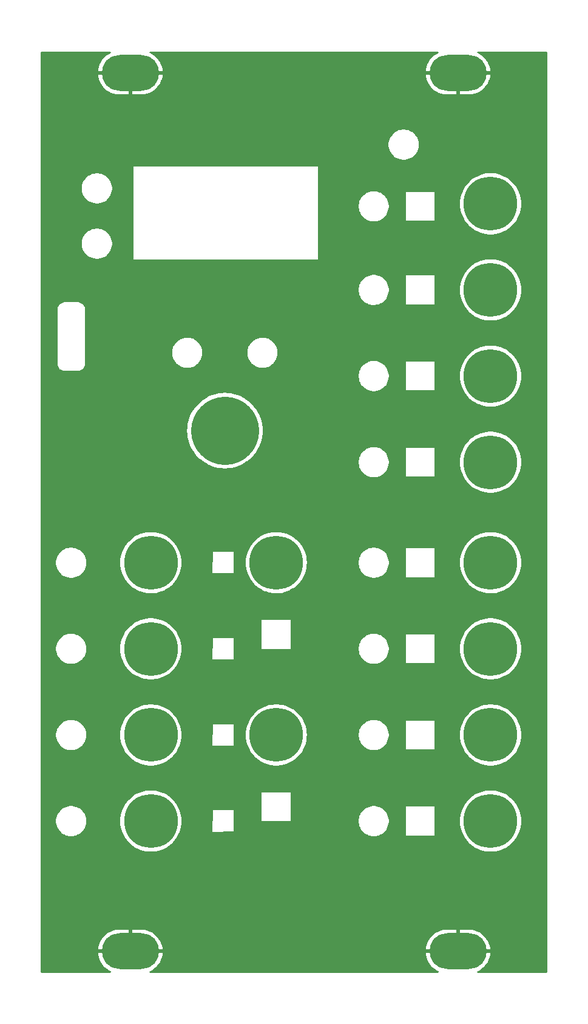
<source format=gbr>
G04 #@! TF.GenerationSoftware,KiCad,Pcbnew,8.0.5*
G04 #@! TF.CreationDate,2024-10-23T08:14:31-07:00*
G04 #@! TF.ProjectId,panel,70616e65-6c2e-46b6-9963-61645f706362,2.1*
G04 #@! TF.SameCoordinates,Original*
G04 #@! TF.FileFunction,Copper,L1,Top*
G04 #@! TF.FilePolarity,Positive*
%FSLAX46Y46*%
G04 Gerber Fmt 4.6, Leading zero omitted, Abs format (unit mm)*
G04 Created by KiCad (PCBNEW 8.0.5) date 2024-10-23 08:14:31*
%MOMM*%
%LPD*%
G01*
G04 APERTURE LIST*
G04 #@! TA.AperFunction,ComponentPad*
%ADD10O,8.000000X5.000000*%
G04 #@! TD*
G04 #@! TA.AperFunction,WasherPad*
%ADD11C,9.500000*%
G04 #@! TD*
G04 #@! TA.AperFunction,ComponentPad*
%ADD12C,7.500000*%
G04 #@! TD*
G04 APERTURE END LIST*
D10*
X62500000Y-43750000D03*
X108220000Y-43750000D03*
X108220000Y-166150000D03*
X62500000Y-166150000D03*
D11*
X75700000Y-93600000D03*
D12*
X65370000Y-136000000D03*
X65370000Y-148000000D03*
X112770000Y-62000000D03*
X112770000Y-74000000D03*
X112770000Y-86000000D03*
X65370000Y-112000000D03*
X82870000Y-112000000D03*
X112770000Y-148000000D03*
X112770000Y-112000000D03*
X82870000Y-136000000D03*
X112770000Y-98000000D03*
X112770000Y-136000000D03*
X112770000Y-124000000D03*
X65370000Y-124000000D03*
G04 #@! TA.AperFunction,Conductor*
G36*
X59759958Y-40795502D02*
G01*
X59806451Y-40849158D01*
X59816555Y-40919432D01*
X59787061Y-40984012D01*
X59746506Y-41015022D01*
X59542677Y-41113180D01*
X59256613Y-41292927D01*
X58992467Y-41503576D01*
X58753576Y-41742467D01*
X58542927Y-42006613D01*
X58363180Y-42292677D01*
X58216595Y-42597064D01*
X58216584Y-42597091D01*
X58105007Y-42915960D01*
X58029827Y-43245344D01*
X58001586Y-43496000D01*
X59520285Y-43496000D01*
X59500000Y-43624077D01*
X59500000Y-43875923D01*
X59520285Y-44004000D01*
X58001586Y-44004000D01*
X58029827Y-44254655D01*
X58105008Y-44584039D01*
X58105007Y-44584039D01*
X58216584Y-44902908D01*
X58216595Y-44902935D01*
X58363180Y-45207322D01*
X58542927Y-45493386D01*
X58753576Y-45757532D01*
X58992467Y-45996423D01*
X59256613Y-46207072D01*
X59542677Y-46386819D01*
X59847064Y-46533404D01*
X59847091Y-46533415D01*
X60165960Y-46644992D01*
X60495342Y-46720172D01*
X60831073Y-46758000D01*
X62246000Y-46758000D01*
X62246000Y-45350000D01*
X62754000Y-45350000D01*
X62754000Y-46758000D01*
X64168927Y-46758000D01*
X64504657Y-46720172D01*
X64834039Y-46644992D01*
X65152908Y-46533415D01*
X65152935Y-46533404D01*
X65457322Y-46386819D01*
X65743386Y-46207072D01*
X66007532Y-45996423D01*
X66246423Y-45757532D01*
X66457072Y-45493386D01*
X66636819Y-45207322D01*
X66783404Y-44902935D01*
X66783415Y-44902908D01*
X66894992Y-44584039D01*
X66970172Y-44254655D01*
X66998414Y-44004000D01*
X65479715Y-44004000D01*
X65500000Y-43875923D01*
X65500000Y-43624077D01*
X65479715Y-43496000D01*
X66998414Y-43496000D01*
X66970172Y-43245344D01*
X66894991Y-42915960D01*
X66894992Y-42915960D01*
X66783415Y-42597091D01*
X66783404Y-42597064D01*
X66636819Y-42292677D01*
X66457072Y-42006613D01*
X66246423Y-41742467D01*
X66007532Y-41503576D01*
X65743386Y-41292927D01*
X65457322Y-41113180D01*
X65253494Y-41015022D01*
X65200797Y-40967444D01*
X65182189Y-40898930D01*
X65203577Y-40831231D01*
X65258170Y-40785842D01*
X65308163Y-40775500D01*
X105411837Y-40775500D01*
X105479958Y-40795502D01*
X105526451Y-40849158D01*
X105536555Y-40919432D01*
X105507061Y-40984012D01*
X105466506Y-41015022D01*
X105262677Y-41113180D01*
X104976613Y-41292927D01*
X104712467Y-41503576D01*
X104473576Y-41742467D01*
X104262927Y-42006613D01*
X104083180Y-42292677D01*
X103936595Y-42597064D01*
X103936584Y-42597091D01*
X103825007Y-42915960D01*
X103749827Y-43245344D01*
X103721586Y-43496000D01*
X105240285Y-43496000D01*
X105220000Y-43624077D01*
X105220000Y-43875923D01*
X105240285Y-44004000D01*
X103721586Y-44004000D01*
X103749827Y-44254655D01*
X103825008Y-44584039D01*
X103825007Y-44584039D01*
X103936584Y-44902908D01*
X103936595Y-44902935D01*
X104083180Y-45207322D01*
X104262927Y-45493386D01*
X104473576Y-45757532D01*
X104712467Y-45996423D01*
X104976613Y-46207072D01*
X105262677Y-46386819D01*
X105567064Y-46533404D01*
X105567091Y-46533415D01*
X105885960Y-46644992D01*
X106215342Y-46720172D01*
X106551073Y-46758000D01*
X107966000Y-46758000D01*
X107966000Y-45350000D01*
X108474000Y-45350000D01*
X108474000Y-46758000D01*
X109888927Y-46758000D01*
X110224657Y-46720172D01*
X110554039Y-46644992D01*
X110872908Y-46533415D01*
X110872935Y-46533404D01*
X111177322Y-46386819D01*
X111463386Y-46207072D01*
X111727532Y-45996423D01*
X111966423Y-45757532D01*
X112177072Y-45493386D01*
X112356819Y-45207322D01*
X112503404Y-44902935D01*
X112503415Y-44902908D01*
X112614992Y-44584039D01*
X112690172Y-44254655D01*
X112718414Y-44004000D01*
X111199715Y-44004000D01*
X111220000Y-43875923D01*
X111220000Y-43624077D01*
X111199715Y-43496000D01*
X112718414Y-43496000D01*
X112690172Y-43245344D01*
X112614991Y-42915960D01*
X112614992Y-42915960D01*
X112503415Y-42597091D01*
X112503404Y-42597064D01*
X112356819Y-42292677D01*
X112177072Y-42006613D01*
X111966423Y-41742467D01*
X111727532Y-41503576D01*
X111463386Y-41292927D01*
X111177322Y-41113180D01*
X110973494Y-41015022D01*
X110920797Y-40967444D01*
X110902189Y-40898930D01*
X110923577Y-40831231D01*
X110978170Y-40785842D01*
X111028163Y-40775500D01*
X120574000Y-40775500D01*
X120642121Y-40795502D01*
X120688614Y-40849158D01*
X120700000Y-40901500D01*
X120700000Y-168998500D01*
X120679998Y-169066621D01*
X120626342Y-169113114D01*
X120574000Y-169124500D01*
X111028163Y-169124500D01*
X110960042Y-169104498D01*
X110913549Y-169050842D01*
X110903445Y-168980568D01*
X110932939Y-168915988D01*
X110973494Y-168884978D01*
X111177322Y-168786819D01*
X111463386Y-168607072D01*
X111727532Y-168396423D01*
X111966423Y-168157532D01*
X112177072Y-167893386D01*
X112356819Y-167607322D01*
X112503404Y-167302935D01*
X112503415Y-167302908D01*
X112614992Y-166984039D01*
X112690172Y-166654655D01*
X112718414Y-166404000D01*
X111199715Y-166404000D01*
X111220000Y-166275923D01*
X111220000Y-166024077D01*
X111199715Y-165896000D01*
X112718414Y-165896000D01*
X112690172Y-165645344D01*
X112614991Y-165315960D01*
X112614992Y-165315960D01*
X112503415Y-164997091D01*
X112503404Y-164997064D01*
X112356819Y-164692677D01*
X112177072Y-164406613D01*
X111966423Y-164142467D01*
X111727532Y-163903576D01*
X111463386Y-163692927D01*
X111177322Y-163513180D01*
X110872935Y-163366595D01*
X110872908Y-163366584D01*
X110554039Y-163255007D01*
X110224657Y-163179827D01*
X109888927Y-163142000D01*
X108474000Y-163142000D01*
X108474000Y-164550000D01*
X107966000Y-164550000D01*
X107966000Y-163142000D01*
X106551073Y-163142000D01*
X106215342Y-163179827D01*
X105885960Y-163255007D01*
X105567091Y-163366584D01*
X105567064Y-163366595D01*
X105262677Y-163513180D01*
X104976613Y-163692927D01*
X104712467Y-163903576D01*
X104473576Y-164142467D01*
X104262927Y-164406613D01*
X104083180Y-164692677D01*
X103936595Y-164997064D01*
X103936584Y-164997091D01*
X103825007Y-165315960D01*
X103749827Y-165645344D01*
X103721586Y-165896000D01*
X105240285Y-165896000D01*
X105220000Y-166024077D01*
X105220000Y-166275923D01*
X105240285Y-166404000D01*
X103721586Y-166404000D01*
X103749827Y-166654655D01*
X103825008Y-166984039D01*
X103825007Y-166984039D01*
X103936584Y-167302908D01*
X103936595Y-167302935D01*
X104083180Y-167607322D01*
X104262927Y-167893386D01*
X104473576Y-168157532D01*
X104712467Y-168396423D01*
X104976613Y-168607072D01*
X105262677Y-168786819D01*
X105466506Y-168884978D01*
X105519203Y-168932556D01*
X105537811Y-169001070D01*
X105516423Y-169068769D01*
X105461830Y-169114158D01*
X105411837Y-169124500D01*
X65308163Y-169124500D01*
X65240042Y-169104498D01*
X65193549Y-169050842D01*
X65183445Y-168980568D01*
X65212939Y-168915988D01*
X65253494Y-168884978D01*
X65457322Y-168786819D01*
X65743386Y-168607072D01*
X66007532Y-168396423D01*
X66246423Y-168157532D01*
X66457072Y-167893386D01*
X66636819Y-167607322D01*
X66783404Y-167302935D01*
X66783415Y-167302908D01*
X66894992Y-166984039D01*
X66970172Y-166654655D01*
X66998414Y-166404000D01*
X65479715Y-166404000D01*
X65500000Y-166275923D01*
X65500000Y-166024077D01*
X65479715Y-165896000D01*
X66998414Y-165896000D01*
X66970172Y-165645344D01*
X66894991Y-165315960D01*
X66894992Y-165315960D01*
X66783415Y-164997091D01*
X66783404Y-164997064D01*
X66636819Y-164692677D01*
X66457072Y-164406613D01*
X66246423Y-164142467D01*
X66007532Y-163903576D01*
X65743386Y-163692927D01*
X65457322Y-163513180D01*
X65152935Y-163366595D01*
X65152908Y-163366584D01*
X64834039Y-163255007D01*
X64504657Y-163179827D01*
X64168927Y-163142000D01*
X62754000Y-163142000D01*
X62754000Y-164550000D01*
X62246000Y-164550000D01*
X62246000Y-163142000D01*
X60831073Y-163142000D01*
X60495342Y-163179827D01*
X60165960Y-163255007D01*
X59847091Y-163366584D01*
X59847064Y-163366595D01*
X59542677Y-163513180D01*
X59256613Y-163692927D01*
X58992467Y-163903576D01*
X58753576Y-164142467D01*
X58542927Y-164406613D01*
X58363180Y-164692677D01*
X58216595Y-164997064D01*
X58216584Y-164997091D01*
X58105007Y-165315960D01*
X58029827Y-165645344D01*
X58001586Y-165896000D01*
X59520285Y-165896000D01*
X59500000Y-166024077D01*
X59500000Y-166275923D01*
X59520285Y-166404000D01*
X58001586Y-166404000D01*
X58029827Y-166654655D01*
X58105008Y-166984039D01*
X58105007Y-166984039D01*
X58216584Y-167302908D01*
X58216595Y-167302935D01*
X58363180Y-167607322D01*
X58542927Y-167893386D01*
X58753576Y-168157532D01*
X58992467Y-168396423D01*
X59256613Y-168607072D01*
X59542677Y-168786819D01*
X59746506Y-168884978D01*
X59799203Y-168932556D01*
X59817811Y-169001070D01*
X59796423Y-169068769D01*
X59741830Y-169114158D01*
X59691837Y-169124500D01*
X50151500Y-169124500D01*
X50083379Y-169104498D01*
X50036886Y-169050842D01*
X50025500Y-168998500D01*
X50025500Y-147862323D01*
X52149500Y-147862323D01*
X52149500Y-148137676D01*
X52185438Y-148410659D01*
X52256705Y-148676631D01*
X52362077Y-148931022D01*
X52362083Y-148931033D01*
X52499748Y-149169475D01*
X52667372Y-149387928D01*
X52667381Y-149387938D01*
X52862061Y-149582618D01*
X52862071Y-149582627D01*
X52862072Y-149582628D01*
X52864536Y-149584519D01*
X53080524Y-149750251D01*
X53318966Y-149887916D01*
X53318977Y-149887922D01*
X53318979Y-149887923D01*
X53573368Y-149993295D01*
X53839334Y-150064560D01*
X53839338Y-150064560D01*
X53839340Y-150064561D01*
X53909696Y-150073823D01*
X54112326Y-150100500D01*
X54112333Y-150100500D01*
X54387667Y-150100500D01*
X54387674Y-150100500D01*
X54634391Y-150068019D01*
X54660659Y-150064561D01*
X54660659Y-150064560D01*
X54660666Y-150064560D01*
X54926632Y-149993295D01*
X55181021Y-149887923D01*
X55419479Y-149750249D01*
X55637928Y-149582628D01*
X55832628Y-149387928D01*
X56000249Y-149169479D01*
X56137923Y-148931021D01*
X56243295Y-148676632D01*
X56314560Y-148410666D01*
X56315275Y-148405239D01*
X56318019Y-148384391D01*
X56350500Y-148137674D01*
X56350500Y-147999994D01*
X61106671Y-147999994D01*
X61106671Y-148000000D01*
X61125974Y-148405239D01*
X61125974Y-148405240D01*
X61183714Y-148806834D01*
X61183716Y-148806844D01*
X61279364Y-149201112D01*
X61279367Y-149201123D01*
X61412062Y-149584519D01*
X61412063Y-149584523D01*
X61580600Y-149953568D01*
X61783454Y-150304922D01*
X61783459Y-150304930D01*
X62018797Y-150635415D01*
X62284484Y-150942034D01*
X62578113Y-151222009D01*
X62897027Y-151472805D01*
X63043389Y-151566866D01*
X63238330Y-151692148D01*
X63238336Y-151692151D01*
X63598949Y-151878060D01*
X63598955Y-151878062D01*
X63598963Y-151878066D01*
X63786475Y-151953134D01*
X63975602Y-152028849D01*
X64364882Y-152143152D01*
X64605481Y-152189523D01*
X64763252Y-152219932D01*
X64763257Y-152219932D01*
X64763265Y-152219934D01*
X65167143Y-152258500D01*
X65167145Y-152258500D01*
X65572855Y-152258500D01*
X65572857Y-152258500D01*
X65976735Y-152219934D01*
X65976743Y-152219932D01*
X65976747Y-152219932D01*
X66074369Y-152201116D01*
X66375118Y-152143152D01*
X66764398Y-152028849D01*
X67141051Y-151878060D01*
X67501665Y-151692151D01*
X67842973Y-151472805D01*
X68161887Y-151222009D01*
X68455516Y-150942034D01*
X68721203Y-150635415D01*
X68956541Y-150304930D01*
X69159398Y-149953570D01*
X69327938Y-149584519D01*
X69364113Y-149479999D01*
X73989999Y-149479999D01*
X73990000Y-149480000D01*
X76880000Y-149460000D01*
X76880000Y-148000000D01*
X80850000Y-148000000D01*
X84850000Y-148000000D01*
X84850000Y-147862323D01*
X94369500Y-147862323D01*
X94369500Y-148137676D01*
X94405438Y-148410659D01*
X94476705Y-148676631D01*
X94582077Y-148931022D01*
X94582083Y-148931033D01*
X94719748Y-149169475D01*
X94887372Y-149387928D01*
X94887381Y-149387938D01*
X95082061Y-149582618D01*
X95082071Y-149582627D01*
X95082072Y-149582628D01*
X95084536Y-149584519D01*
X95300524Y-149750251D01*
X95538966Y-149887916D01*
X95538977Y-149887922D01*
X95538979Y-149887923D01*
X95793368Y-149993295D01*
X96059334Y-150064560D01*
X96059338Y-150064560D01*
X96059340Y-150064561D01*
X96129696Y-150073823D01*
X96332326Y-150100500D01*
X96332333Y-150100500D01*
X96607667Y-150100500D01*
X96607674Y-150100500D01*
X96854391Y-150068019D01*
X96880659Y-150064561D01*
X96880659Y-150064560D01*
X96880666Y-150064560D01*
X97121608Y-150000000D01*
X100970000Y-150000000D01*
X104970000Y-150000000D01*
X104970000Y-147999994D01*
X108506671Y-147999994D01*
X108506671Y-148000000D01*
X108525974Y-148405239D01*
X108525974Y-148405240D01*
X108583714Y-148806834D01*
X108583716Y-148806844D01*
X108679364Y-149201112D01*
X108679367Y-149201123D01*
X108812062Y-149584519D01*
X108812063Y-149584523D01*
X108980600Y-149953568D01*
X109183454Y-150304922D01*
X109183459Y-150304930D01*
X109418797Y-150635415D01*
X109684484Y-150942034D01*
X109978113Y-151222009D01*
X110297027Y-151472805D01*
X110443389Y-151566866D01*
X110638330Y-151692148D01*
X110638336Y-151692151D01*
X110998949Y-151878060D01*
X110998955Y-151878062D01*
X110998963Y-151878066D01*
X111186475Y-151953134D01*
X111375602Y-152028849D01*
X111764882Y-152143152D01*
X112005481Y-152189523D01*
X112163252Y-152219932D01*
X112163257Y-152219932D01*
X112163265Y-152219934D01*
X112567143Y-152258500D01*
X112567145Y-152258500D01*
X112972855Y-152258500D01*
X112972857Y-152258500D01*
X113376735Y-152219934D01*
X113376743Y-152219932D01*
X113376747Y-152219932D01*
X113474369Y-152201116D01*
X113775118Y-152143152D01*
X114164398Y-152028849D01*
X114541051Y-151878060D01*
X114901665Y-151692151D01*
X115242973Y-151472805D01*
X115561887Y-151222009D01*
X115855516Y-150942034D01*
X116121203Y-150635415D01*
X116356541Y-150304930D01*
X116559398Y-149953570D01*
X116727938Y-149584519D01*
X116860634Y-149201119D01*
X116956285Y-148806840D01*
X117014024Y-148405255D01*
X117033329Y-148000000D01*
X117014024Y-147594745D01*
X116956285Y-147193160D01*
X116860634Y-146798881D01*
X116727938Y-146415481D01*
X116652252Y-146249751D01*
X116559399Y-146046431D01*
X116356545Y-145695077D01*
X116356541Y-145695070D01*
X116121203Y-145364585D01*
X115855516Y-145057966D01*
X115561887Y-144777991D01*
X115242973Y-144527195D01*
X114901665Y-144307849D01*
X114901662Y-144307847D01*
X114541058Y-144121943D01*
X114541036Y-144121933D01*
X114164401Y-143971152D01*
X113775129Y-143856851D01*
X113775123Y-143856849D01*
X113775118Y-143856848D01*
X113775113Y-143856847D01*
X113376747Y-143780067D01*
X113376727Y-143780065D01*
X112972876Y-143741501D01*
X112972858Y-143741500D01*
X112972857Y-143741500D01*
X112567143Y-143741500D01*
X112567141Y-143741500D01*
X112567123Y-143741501D01*
X112163272Y-143780065D01*
X112163252Y-143780067D01*
X111764886Y-143856847D01*
X111764870Y-143856851D01*
X111375598Y-143971152D01*
X110998963Y-144121933D01*
X110998941Y-144121943D01*
X110638330Y-144307851D01*
X110297028Y-144527194D01*
X110297022Y-144527198D01*
X109978121Y-144777984D01*
X109978116Y-144777988D01*
X109978113Y-144777991D01*
X109737858Y-145007073D01*
X109684487Y-145057963D01*
X109418802Y-145364578D01*
X109418801Y-145364579D01*
X109183454Y-145695077D01*
X108980600Y-146046431D01*
X108812063Y-146415476D01*
X108812062Y-146415480D01*
X108679367Y-146798876D01*
X108679364Y-146798887D01*
X108583716Y-147193155D01*
X108583714Y-147193165D01*
X108525974Y-147594759D01*
X108525974Y-147594760D01*
X108506671Y-147999994D01*
X104970000Y-147999994D01*
X104970000Y-146000000D01*
X100970000Y-146000000D01*
X100970000Y-150000000D01*
X97121608Y-150000000D01*
X97146632Y-149993295D01*
X97401021Y-149887923D01*
X97639479Y-149750249D01*
X97857928Y-149582628D01*
X98052628Y-149387928D01*
X98220249Y-149169479D01*
X98357923Y-148931021D01*
X98463295Y-148676632D01*
X98534560Y-148410666D01*
X98535275Y-148405239D01*
X98538019Y-148384391D01*
X98570500Y-148137674D01*
X98570500Y-147862326D01*
X98543823Y-147659696D01*
X98534561Y-147589340D01*
X98534560Y-147589338D01*
X98534560Y-147589334D01*
X98463295Y-147323368D01*
X98357923Y-147068979D01*
X98357922Y-147068977D01*
X98357916Y-147068966D01*
X98220251Y-146830524D01*
X98052627Y-146612071D01*
X98052618Y-146612061D01*
X97857938Y-146417381D01*
X97857928Y-146417372D01*
X97639475Y-146249748D01*
X97401033Y-146112083D01*
X97401022Y-146112077D01*
X97242536Y-146046430D01*
X97146632Y-146006705D01*
X96880666Y-145935440D01*
X96880659Y-145935438D01*
X96607676Y-145899500D01*
X96607674Y-145899500D01*
X96332326Y-145899500D01*
X96332323Y-145899500D01*
X96059340Y-145935438D01*
X95793368Y-146006705D01*
X95538977Y-146112077D01*
X95538966Y-146112083D01*
X95300524Y-146249748D01*
X95082071Y-146417372D01*
X95082061Y-146417381D01*
X94887381Y-146612061D01*
X94887372Y-146612071D01*
X94719748Y-146830524D01*
X94582083Y-147068966D01*
X94582077Y-147068977D01*
X94476705Y-147323368D01*
X94405438Y-147589340D01*
X94369500Y-147862323D01*
X84850000Y-147862323D01*
X84850000Y-144000000D01*
X80850000Y-144000000D01*
X80850000Y-148000000D01*
X76880000Y-148000000D01*
X76880000Y-146490000D01*
X76879999Y-146490000D01*
X73999999Y-146510000D01*
X73989999Y-149479999D01*
X69364113Y-149479999D01*
X69460634Y-149201119D01*
X69556285Y-148806840D01*
X69614024Y-148405255D01*
X69633329Y-148000000D01*
X69614024Y-147594745D01*
X69556285Y-147193160D01*
X69460634Y-146798881D01*
X69327938Y-146415481D01*
X69252252Y-146249751D01*
X69159399Y-146046431D01*
X68956545Y-145695077D01*
X68956541Y-145695070D01*
X68721203Y-145364585D01*
X68455516Y-145057966D01*
X68161887Y-144777991D01*
X67842973Y-144527195D01*
X67501665Y-144307849D01*
X67501662Y-144307847D01*
X67141058Y-144121943D01*
X67141036Y-144121933D01*
X66764401Y-143971152D01*
X66375129Y-143856851D01*
X66375123Y-143856849D01*
X66375118Y-143856848D01*
X66375113Y-143856847D01*
X65976747Y-143780067D01*
X65976727Y-143780065D01*
X65572876Y-143741501D01*
X65572858Y-143741500D01*
X65572857Y-143741500D01*
X65167143Y-143741500D01*
X65167141Y-143741500D01*
X65167123Y-143741501D01*
X64763272Y-143780065D01*
X64763252Y-143780067D01*
X64364886Y-143856847D01*
X64364870Y-143856851D01*
X63975598Y-143971152D01*
X63598963Y-144121933D01*
X63598941Y-144121943D01*
X63238330Y-144307851D01*
X62897028Y-144527194D01*
X62897022Y-144527198D01*
X62578121Y-144777984D01*
X62578116Y-144777988D01*
X62578113Y-144777991D01*
X62337858Y-145007073D01*
X62284487Y-145057963D01*
X62018802Y-145364578D01*
X62018801Y-145364579D01*
X61783454Y-145695077D01*
X61580600Y-146046431D01*
X61412063Y-146415476D01*
X61412062Y-146415480D01*
X61279367Y-146798876D01*
X61279364Y-146798887D01*
X61183716Y-147193155D01*
X61183714Y-147193165D01*
X61125974Y-147594759D01*
X61125974Y-147594760D01*
X61106671Y-147999994D01*
X56350500Y-147999994D01*
X56350500Y-147862326D01*
X56323823Y-147659696D01*
X56314561Y-147589340D01*
X56314560Y-147589338D01*
X56314560Y-147589334D01*
X56243295Y-147323368D01*
X56137923Y-147068979D01*
X56137922Y-147068977D01*
X56137916Y-147068966D01*
X56000251Y-146830524D01*
X55832627Y-146612071D01*
X55832618Y-146612061D01*
X55637938Y-146417381D01*
X55637928Y-146417372D01*
X55419475Y-146249748D01*
X55181033Y-146112083D01*
X55181022Y-146112077D01*
X55022536Y-146046430D01*
X54926632Y-146006705D01*
X54660666Y-145935440D01*
X54660659Y-145935438D01*
X54387676Y-145899500D01*
X54387674Y-145899500D01*
X54112326Y-145899500D01*
X54112323Y-145899500D01*
X53839340Y-145935438D01*
X53573368Y-146006705D01*
X53318977Y-146112077D01*
X53318966Y-146112083D01*
X53080524Y-146249748D01*
X52862071Y-146417372D01*
X52862061Y-146417381D01*
X52667381Y-146612061D01*
X52667372Y-146612071D01*
X52499748Y-146830524D01*
X52362083Y-147068966D01*
X52362077Y-147068977D01*
X52256705Y-147323368D01*
X52185438Y-147589340D01*
X52149500Y-147862323D01*
X50025500Y-147862323D01*
X50025500Y-135862323D01*
X52149500Y-135862323D01*
X52149500Y-136137676D01*
X52185438Y-136410659D01*
X52256705Y-136676631D01*
X52362077Y-136931022D01*
X52362083Y-136931033D01*
X52499748Y-137169475D01*
X52667372Y-137387928D01*
X52667381Y-137387938D01*
X52862061Y-137582618D01*
X52862071Y-137582627D01*
X52862072Y-137582628D01*
X52864536Y-137584519D01*
X53080524Y-137750251D01*
X53318966Y-137887916D01*
X53318977Y-137887922D01*
X53318979Y-137887923D01*
X53573368Y-137993295D01*
X53839334Y-138064560D01*
X53839338Y-138064560D01*
X53839340Y-138064561D01*
X53909696Y-138073823D01*
X54112326Y-138100500D01*
X54112333Y-138100500D01*
X54387667Y-138100500D01*
X54387674Y-138100500D01*
X54634391Y-138068019D01*
X54660659Y-138064561D01*
X54660659Y-138064560D01*
X54660666Y-138064560D01*
X54926632Y-137993295D01*
X55181021Y-137887923D01*
X55419479Y-137750249D01*
X55637928Y-137582628D01*
X55832628Y-137387928D01*
X56000249Y-137169479D01*
X56137923Y-136931021D01*
X56243295Y-136676632D01*
X56314560Y-136410666D01*
X56315275Y-136405239D01*
X56318019Y-136384391D01*
X56350500Y-136137674D01*
X56350500Y-135999994D01*
X61106671Y-135999994D01*
X61106671Y-136000005D01*
X61125974Y-136405239D01*
X61125974Y-136405240D01*
X61183714Y-136806834D01*
X61183716Y-136806844D01*
X61279364Y-137201112D01*
X61279367Y-137201123D01*
X61412062Y-137584519D01*
X61412063Y-137584523D01*
X61580600Y-137953568D01*
X61783454Y-138304922D01*
X61783459Y-138304930D01*
X62018797Y-138635415D01*
X62284484Y-138942034D01*
X62578113Y-139222009D01*
X62897027Y-139472805D01*
X63043389Y-139566866D01*
X63238330Y-139692148D01*
X63238336Y-139692151D01*
X63598949Y-139878060D01*
X63598955Y-139878062D01*
X63598963Y-139878066D01*
X63786475Y-139953134D01*
X63975602Y-140028849D01*
X64364882Y-140143152D01*
X64605481Y-140189523D01*
X64763252Y-140219932D01*
X64763257Y-140219932D01*
X64763265Y-140219934D01*
X65167143Y-140258500D01*
X65167145Y-140258500D01*
X65572855Y-140258500D01*
X65572857Y-140258500D01*
X65976735Y-140219934D01*
X65976743Y-140219932D01*
X65976747Y-140219932D01*
X66074369Y-140201116D01*
X66375118Y-140143152D01*
X66764398Y-140028849D01*
X67141051Y-139878060D01*
X67501665Y-139692151D01*
X67842973Y-139472805D01*
X68161887Y-139222009D01*
X68455516Y-138942034D01*
X68721203Y-138635415D01*
X68956541Y-138304930D01*
X69159398Y-137953570D01*
X69327938Y-137584519D01*
X69364113Y-137479999D01*
X73989999Y-137479999D01*
X73990000Y-137480000D01*
X76880000Y-137460000D01*
X76880000Y-135999994D01*
X78606671Y-135999994D01*
X78606671Y-136000005D01*
X78625974Y-136405239D01*
X78625974Y-136405240D01*
X78683714Y-136806834D01*
X78683716Y-136806844D01*
X78779364Y-137201112D01*
X78779367Y-137201123D01*
X78912062Y-137584519D01*
X78912063Y-137584523D01*
X79080600Y-137953568D01*
X79283454Y-138304922D01*
X79283459Y-138304930D01*
X79518797Y-138635415D01*
X79784484Y-138942034D01*
X80078113Y-139222009D01*
X80397027Y-139472805D01*
X80543389Y-139566866D01*
X80738330Y-139692148D01*
X80738336Y-139692151D01*
X81098949Y-139878060D01*
X81098955Y-139878062D01*
X81098963Y-139878066D01*
X81286475Y-139953134D01*
X81475602Y-140028849D01*
X81864882Y-140143152D01*
X82105481Y-140189523D01*
X82263252Y-140219932D01*
X82263257Y-140219932D01*
X82263265Y-140219934D01*
X82667143Y-140258500D01*
X82667145Y-140258500D01*
X83072855Y-140258500D01*
X83072857Y-140258500D01*
X83476735Y-140219934D01*
X83476743Y-140219932D01*
X83476747Y-140219932D01*
X83574369Y-140201116D01*
X83875118Y-140143152D01*
X84264398Y-140028849D01*
X84641051Y-139878060D01*
X85001665Y-139692151D01*
X85342973Y-139472805D01*
X85661887Y-139222009D01*
X85955516Y-138942034D01*
X86221203Y-138635415D01*
X86456541Y-138304930D01*
X86659398Y-137953570D01*
X86827938Y-137584519D01*
X86960634Y-137201119D01*
X87056285Y-136806840D01*
X87114024Y-136405255D01*
X87133329Y-136000000D01*
X87126771Y-135862323D01*
X94369500Y-135862323D01*
X94369500Y-136137676D01*
X94405438Y-136410659D01*
X94476705Y-136676631D01*
X94582077Y-136931022D01*
X94582083Y-136931033D01*
X94719748Y-137169475D01*
X94887372Y-137387928D01*
X94887381Y-137387938D01*
X95082061Y-137582618D01*
X95082071Y-137582627D01*
X95082072Y-137582628D01*
X95084536Y-137584519D01*
X95300524Y-137750251D01*
X95538966Y-137887916D01*
X95538977Y-137887922D01*
X95538979Y-137887923D01*
X95793368Y-137993295D01*
X96059334Y-138064560D01*
X96059338Y-138064560D01*
X96059340Y-138064561D01*
X96129696Y-138073823D01*
X96332326Y-138100500D01*
X96332333Y-138100500D01*
X96607667Y-138100500D01*
X96607674Y-138100500D01*
X96854391Y-138068019D01*
X96880659Y-138064561D01*
X96880659Y-138064560D01*
X96880666Y-138064560D01*
X97121608Y-138000000D01*
X100970000Y-138000000D01*
X104970000Y-138000000D01*
X104970000Y-135999994D01*
X108506671Y-135999994D01*
X108506671Y-136000005D01*
X108525974Y-136405239D01*
X108525974Y-136405240D01*
X108583714Y-136806834D01*
X108583716Y-136806844D01*
X108679364Y-137201112D01*
X108679367Y-137201123D01*
X108812062Y-137584519D01*
X108812063Y-137584523D01*
X108980600Y-137953568D01*
X109183454Y-138304922D01*
X109183459Y-138304930D01*
X109418797Y-138635415D01*
X109684484Y-138942034D01*
X109978113Y-139222009D01*
X110297027Y-139472805D01*
X110443389Y-139566866D01*
X110638330Y-139692148D01*
X110638336Y-139692151D01*
X110998949Y-139878060D01*
X110998955Y-139878062D01*
X110998963Y-139878066D01*
X111186475Y-139953134D01*
X111375602Y-140028849D01*
X111764882Y-140143152D01*
X112005481Y-140189523D01*
X112163252Y-140219932D01*
X112163257Y-140219932D01*
X112163265Y-140219934D01*
X112567143Y-140258500D01*
X112567145Y-140258500D01*
X112972855Y-140258500D01*
X112972857Y-140258500D01*
X113376735Y-140219934D01*
X113376743Y-140219932D01*
X113376747Y-140219932D01*
X113474369Y-140201116D01*
X113775118Y-140143152D01*
X114164398Y-140028849D01*
X114541051Y-139878060D01*
X114901665Y-139692151D01*
X115242973Y-139472805D01*
X115561887Y-139222009D01*
X115855516Y-138942034D01*
X116121203Y-138635415D01*
X116356541Y-138304930D01*
X116559398Y-137953570D01*
X116727938Y-137584519D01*
X116860634Y-137201119D01*
X116956285Y-136806840D01*
X117014024Y-136405255D01*
X117033329Y-136000000D01*
X117014024Y-135594745D01*
X116956285Y-135193160D01*
X116860634Y-134798881D01*
X116727938Y-134415481D01*
X116652252Y-134249751D01*
X116559399Y-134046431D01*
X116356545Y-133695077D01*
X116356541Y-133695070D01*
X116121203Y-133364585D01*
X115855516Y-133057966D01*
X115561887Y-132777991D01*
X115242973Y-132527195D01*
X114901665Y-132307849D01*
X114901662Y-132307847D01*
X114541058Y-132121943D01*
X114541036Y-132121933D01*
X114164401Y-131971152D01*
X113775129Y-131856851D01*
X113775123Y-131856849D01*
X113775118Y-131856848D01*
X113775113Y-131856847D01*
X113376747Y-131780067D01*
X113376727Y-131780065D01*
X112972876Y-131741501D01*
X112972858Y-131741500D01*
X112972857Y-131741500D01*
X112567143Y-131741500D01*
X112567141Y-131741500D01*
X112567123Y-131741501D01*
X112163272Y-131780065D01*
X112163252Y-131780067D01*
X111764886Y-131856847D01*
X111764870Y-131856851D01*
X111375598Y-131971152D01*
X110998963Y-132121933D01*
X110998941Y-132121943D01*
X110638330Y-132307851D01*
X110297028Y-132527194D01*
X110297022Y-132527198D01*
X109978121Y-132777984D01*
X109978116Y-132777988D01*
X109978113Y-132777991D01*
X109737858Y-133007073D01*
X109684487Y-133057963D01*
X109418802Y-133364578D01*
X109418801Y-133364579D01*
X109183454Y-133695077D01*
X108980600Y-134046431D01*
X108812063Y-134415476D01*
X108812062Y-134415480D01*
X108679367Y-134798876D01*
X108679364Y-134798887D01*
X108583716Y-135193155D01*
X108583714Y-135193165D01*
X108525974Y-135594759D01*
X108525974Y-135594760D01*
X108506671Y-135999994D01*
X104970000Y-135999994D01*
X104970000Y-134000000D01*
X100970000Y-134000000D01*
X100970000Y-138000000D01*
X97121608Y-138000000D01*
X97146632Y-137993295D01*
X97401021Y-137887923D01*
X97639479Y-137750249D01*
X97857928Y-137582628D01*
X98052628Y-137387928D01*
X98220249Y-137169479D01*
X98357923Y-136931021D01*
X98463295Y-136676632D01*
X98534560Y-136410666D01*
X98535275Y-136405239D01*
X98538019Y-136384391D01*
X98570500Y-136137674D01*
X98570500Y-135862326D01*
X98543823Y-135659696D01*
X98534561Y-135589340D01*
X98534560Y-135589338D01*
X98534560Y-135589334D01*
X98463295Y-135323368D01*
X98357923Y-135068979D01*
X98357922Y-135068977D01*
X98357916Y-135068966D01*
X98220251Y-134830524D01*
X98052627Y-134612071D01*
X98052618Y-134612061D01*
X97857938Y-134417381D01*
X97857928Y-134417372D01*
X97639475Y-134249748D01*
X97401033Y-134112083D01*
X97401022Y-134112077D01*
X97242536Y-134046430D01*
X97146632Y-134006705D01*
X96880666Y-133935440D01*
X96880659Y-133935438D01*
X96607676Y-133899500D01*
X96607674Y-133899500D01*
X96332326Y-133899500D01*
X96332323Y-133899500D01*
X96059340Y-133935438D01*
X95793368Y-134006705D01*
X95538977Y-134112077D01*
X95538966Y-134112083D01*
X95300524Y-134249748D01*
X95082071Y-134417372D01*
X95082061Y-134417381D01*
X94887381Y-134612061D01*
X94887372Y-134612071D01*
X94719748Y-134830524D01*
X94582083Y-135068966D01*
X94582077Y-135068977D01*
X94476705Y-135323368D01*
X94405438Y-135589340D01*
X94369500Y-135862323D01*
X87126771Y-135862323D01*
X87114024Y-135594745D01*
X87056285Y-135193160D01*
X86960634Y-134798881D01*
X86827938Y-134415481D01*
X86752252Y-134249751D01*
X86659399Y-134046431D01*
X86456545Y-133695077D01*
X86456541Y-133695070D01*
X86221203Y-133364585D01*
X85955516Y-133057966D01*
X85661887Y-132777991D01*
X85342973Y-132527195D01*
X85001665Y-132307849D01*
X85001662Y-132307847D01*
X84641058Y-132121943D01*
X84641036Y-132121933D01*
X84264401Y-131971152D01*
X83875129Y-131856851D01*
X83875123Y-131856849D01*
X83875118Y-131856848D01*
X83875113Y-131856847D01*
X83476747Y-131780067D01*
X83476727Y-131780065D01*
X83072876Y-131741501D01*
X83072858Y-131741500D01*
X83072857Y-131741500D01*
X82667143Y-131741500D01*
X82667141Y-131741500D01*
X82667123Y-131741501D01*
X82263272Y-131780065D01*
X82263252Y-131780067D01*
X81864886Y-131856847D01*
X81864870Y-131856851D01*
X81475598Y-131971152D01*
X81098963Y-132121933D01*
X81098941Y-132121943D01*
X80738330Y-132307851D01*
X80397028Y-132527194D01*
X80397022Y-132527198D01*
X80078121Y-132777984D01*
X80078116Y-132777988D01*
X80078113Y-132777991D01*
X79837858Y-133007073D01*
X79784487Y-133057963D01*
X79518802Y-133364578D01*
X79518801Y-133364579D01*
X79283454Y-133695077D01*
X79080600Y-134046431D01*
X78912063Y-134415476D01*
X78912062Y-134415480D01*
X78779367Y-134798876D01*
X78779364Y-134798887D01*
X78683716Y-135193155D01*
X78683714Y-135193165D01*
X78625974Y-135594759D01*
X78625974Y-135594760D01*
X78606671Y-135999994D01*
X76880000Y-135999994D01*
X76880000Y-134490000D01*
X76879999Y-134490000D01*
X73999999Y-134510000D01*
X73989999Y-137479999D01*
X69364113Y-137479999D01*
X69460634Y-137201119D01*
X69556285Y-136806840D01*
X69614024Y-136405255D01*
X69633329Y-136000000D01*
X69614024Y-135594745D01*
X69556285Y-135193160D01*
X69460634Y-134798881D01*
X69327938Y-134415481D01*
X69252252Y-134249751D01*
X69159399Y-134046431D01*
X68956545Y-133695077D01*
X68956541Y-133695070D01*
X68721203Y-133364585D01*
X68455516Y-133057966D01*
X68161887Y-132777991D01*
X67842973Y-132527195D01*
X67501665Y-132307849D01*
X67501662Y-132307847D01*
X67141058Y-132121943D01*
X67141036Y-132121933D01*
X66764401Y-131971152D01*
X66375129Y-131856851D01*
X66375123Y-131856849D01*
X66375118Y-131856848D01*
X66375113Y-131856847D01*
X65976747Y-131780067D01*
X65976727Y-131780065D01*
X65572876Y-131741501D01*
X65572858Y-131741500D01*
X65572857Y-131741500D01*
X65167143Y-131741500D01*
X65167141Y-131741500D01*
X65167123Y-131741501D01*
X64763272Y-131780065D01*
X64763252Y-131780067D01*
X64364886Y-131856847D01*
X64364870Y-131856851D01*
X63975598Y-131971152D01*
X63598963Y-132121933D01*
X63598941Y-132121943D01*
X63238330Y-132307851D01*
X62897028Y-132527194D01*
X62897022Y-132527198D01*
X62578121Y-132777984D01*
X62578116Y-132777988D01*
X62578113Y-132777991D01*
X62337858Y-133007073D01*
X62284487Y-133057963D01*
X62018802Y-133364578D01*
X62018801Y-133364579D01*
X61783454Y-133695077D01*
X61580600Y-134046431D01*
X61412063Y-134415476D01*
X61412062Y-134415480D01*
X61279367Y-134798876D01*
X61279364Y-134798887D01*
X61183716Y-135193155D01*
X61183714Y-135193165D01*
X61125974Y-135594759D01*
X61125974Y-135594760D01*
X61106671Y-135999994D01*
X56350500Y-135999994D01*
X56350500Y-135862326D01*
X56323823Y-135659696D01*
X56314561Y-135589340D01*
X56314560Y-135589338D01*
X56314560Y-135589334D01*
X56243295Y-135323368D01*
X56137923Y-135068979D01*
X56137922Y-135068977D01*
X56137916Y-135068966D01*
X56000251Y-134830524D01*
X55832627Y-134612071D01*
X55832618Y-134612061D01*
X55637938Y-134417381D01*
X55637928Y-134417372D01*
X55419475Y-134249748D01*
X55181033Y-134112083D01*
X55181022Y-134112077D01*
X55022536Y-134046430D01*
X54926632Y-134006705D01*
X54660666Y-133935440D01*
X54660659Y-133935438D01*
X54387676Y-133899500D01*
X54387674Y-133899500D01*
X54112326Y-133899500D01*
X54112323Y-133899500D01*
X53839340Y-133935438D01*
X53573368Y-134006705D01*
X53318977Y-134112077D01*
X53318966Y-134112083D01*
X53080524Y-134249748D01*
X52862071Y-134417372D01*
X52862061Y-134417381D01*
X52667381Y-134612061D01*
X52667372Y-134612071D01*
X52499748Y-134830524D01*
X52362083Y-135068966D01*
X52362077Y-135068977D01*
X52256705Y-135323368D01*
X52185438Y-135589340D01*
X52149500Y-135862323D01*
X50025500Y-135862323D01*
X50025500Y-123862323D01*
X52149500Y-123862323D01*
X52149500Y-124137676D01*
X52185438Y-124410659D01*
X52256705Y-124676631D01*
X52362077Y-124931022D01*
X52362083Y-124931033D01*
X52499748Y-125169475D01*
X52667372Y-125387928D01*
X52667381Y-125387938D01*
X52862061Y-125582618D01*
X52862071Y-125582627D01*
X52862072Y-125582628D01*
X52864536Y-125584519D01*
X53080524Y-125750251D01*
X53318966Y-125887916D01*
X53318977Y-125887922D01*
X53318979Y-125887923D01*
X53573368Y-125993295D01*
X53839334Y-126064560D01*
X53839338Y-126064560D01*
X53839340Y-126064561D01*
X53909696Y-126073823D01*
X54112326Y-126100500D01*
X54112333Y-126100500D01*
X54387667Y-126100500D01*
X54387674Y-126100500D01*
X54634391Y-126068019D01*
X54660659Y-126064561D01*
X54660659Y-126064560D01*
X54660666Y-126064560D01*
X54926632Y-125993295D01*
X55181021Y-125887923D01*
X55419479Y-125750249D01*
X55637928Y-125582628D01*
X55832628Y-125387928D01*
X56000249Y-125169479D01*
X56137923Y-124931021D01*
X56243295Y-124676632D01*
X56314560Y-124410666D01*
X56315275Y-124405239D01*
X56318019Y-124384391D01*
X56350500Y-124137674D01*
X56350500Y-123999994D01*
X61106671Y-123999994D01*
X61106671Y-124000000D01*
X61125974Y-124405239D01*
X61125974Y-124405240D01*
X61183714Y-124806834D01*
X61183716Y-124806844D01*
X61279364Y-125201112D01*
X61279367Y-125201123D01*
X61412062Y-125584519D01*
X61412063Y-125584523D01*
X61580600Y-125953568D01*
X61783454Y-126304922D01*
X61783459Y-126304930D01*
X62018797Y-126635415D01*
X62284484Y-126942034D01*
X62578113Y-127222009D01*
X62897027Y-127472805D01*
X63043389Y-127566866D01*
X63238330Y-127692148D01*
X63238336Y-127692151D01*
X63598949Y-127878060D01*
X63598955Y-127878062D01*
X63598963Y-127878066D01*
X63786475Y-127953134D01*
X63975602Y-128028849D01*
X64364882Y-128143152D01*
X64605481Y-128189523D01*
X64763252Y-128219932D01*
X64763257Y-128219932D01*
X64763265Y-128219934D01*
X65167143Y-128258500D01*
X65167145Y-128258500D01*
X65572855Y-128258500D01*
X65572857Y-128258500D01*
X65976735Y-128219934D01*
X65976743Y-128219932D01*
X65976747Y-128219932D01*
X66074369Y-128201116D01*
X66375118Y-128143152D01*
X66764398Y-128028849D01*
X67141051Y-127878060D01*
X67501665Y-127692151D01*
X67842973Y-127472805D01*
X68161887Y-127222009D01*
X68455516Y-126942034D01*
X68721203Y-126635415D01*
X68956541Y-126304930D01*
X69159398Y-125953570D01*
X69327938Y-125584519D01*
X69364113Y-125479999D01*
X73989999Y-125479999D01*
X73990000Y-125480000D01*
X76880000Y-125460000D01*
X76880000Y-124000000D01*
X80850000Y-124000000D01*
X84850000Y-124000000D01*
X84850000Y-123862323D01*
X94369500Y-123862323D01*
X94369500Y-124137676D01*
X94405438Y-124410659D01*
X94476705Y-124676631D01*
X94582077Y-124931022D01*
X94582083Y-124931033D01*
X94719748Y-125169475D01*
X94887372Y-125387928D01*
X94887381Y-125387938D01*
X95082061Y-125582618D01*
X95082071Y-125582627D01*
X95082072Y-125582628D01*
X95084536Y-125584519D01*
X95300524Y-125750251D01*
X95538966Y-125887916D01*
X95538977Y-125887922D01*
X95538979Y-125887923D01*
X95793368Y-125993295D01*
X96059334Y-126064560D01*
X96059338Y-126064560D01*
X96059340Y-126064561D01*
X96129696Y-126073823D01*
X96332326Y-126100500D01*
X96332333Y-126100500D01*
X96607667Y-126100500D01*
X96607674Y-126100500D01*
X96854391Y-126068019D01*
X96880659Y-126064561D01*
X96880659Y-126064560D01*
X96880666Y-126064560D01*
X97121608Y-126000000D01*
X100970000Y-126000000D01*
X104970000Y-126000000D01*
X104970000Y-123999994D01*
X108506671Y-123999994D01*
X108506671Y-124000000D01*
X108525974Y-124405239D01*
X108525974Y-124405240D01*
X108583714Y-124806834D01*
X108583716Y-124806844D01*
X108679364Y-125201112D01*
X108679367Y-125201123D01*
X108812062Y-125584519D01*
X108812063Y-125584523D01*
X108980600Y-125953568D01*
X109183454Y-126304922D01*
X109183459Y-126304930D01*
X109418797Y-126635415D01*
X109684484Y-126942034D01*
X109978113Y-127222009D01*
X110297027Y-127472805D01*
X110443389Y-127566866D01*
X110638330Y-127692148D01*
X110638336Y-127692151D01*
X110998949Y-127878060D01*
X110998955Y-127878062D01*
X110998963Y-127878066D01*
X111186475Y-127953134D01*
X111375602Y-128028849D01*
X111764882Y-128143152D01*
X112005481Y-128189523D01*
X112163252Y-128219932D01*
X112163257Y-128219932D01*
X112163265Y-128219934D01*
X112567143Y-128258500D01*
X112567145Y-128258500D01*
X112972855Y-128258500D01*
X112972857Y-128258500D01*
X113376735Y-128219934D01*
X113376743Y-128219932D01*
X113376747Y-128219932D01*
X113474369Y-128201116D01*
X113775118Y-128143152D01*
X114164398Y-128028849D01*
X114541051Y-127878060D01*
X114901665Y-127692151D01*
X115242973Y-127472805D01*
X115561887Y-127222009D01*
X115855516Y-126942034D01*
X116121203Y-126635415D01*
X116356541Y-126304930D01*
X116559398Y-125953570D01*
X116727938Y-125584519D01*
X116860634Y-125201119D01*
X116956285Y-124806840D01*
X117014024Y-124405255D01*
X117033329Y-124000000D01*
X117014024Y-123594745D01*
X116956285Y-123193160D01*
X116860634Y-122798881D01*
X116727938Y-122415481D01*
X116652252Y-122249751D01*
X116559399Y-122046431D01*
X116356545Y-121695077D01*
X116356541Y-121695070D01*
X116121203Y-121364585D01*
X115855516Y-121057966D01*
X115561887Y-120777991D01*
X115242973Y-120527195D01*
X114901665Y-120307849D01*
X114901662Y-120307847D01*
X114541058Y-120121943D01*
X114541036Y-120121933D01*
X114164401Y-119971152D01*
X113775129Y-119856851D01*
X113775123Y-119856849D01*
X113775118Y-119856848D01*
X113775113Y-119856847D01*
X113376747Y-119780067D01*
X113376727Y-119780065D01*
X112972876Y-119741501D01*
X112972858Y-119741500D01*
X112972857Y-119741500D01*
X112567143Y-119741500D01*
X112567141Y-119741500D01*
X112567123Y-119741501D01*
X112163272Y-119780065D01*
X112163252Y-119780067D01*
X111764886Y-119856847D01*
X111764870Y-119856851D01*
X111375598Y-119971152D01*
X110998963Y-120121933D01*
X110998941Y-120121943D01*
X110638330Y-120307851D01*
X110297028Y-120527194D01*
X110297022Y-120527198D01*
X109978121Y-120777984D01*
X109978116Y-120777988D01*
X109978113Y-120777991D01*
X109737858Y-121007073D01*
X109684487Y-121057963D01*
X109418802Y-121364578D01*
X109418801Y-121364579D01*
X109183454Y-121695077D01*
X108980600Y-122046431D01*
X108812063Y-122415476D01*
X108812062Y-122415480D01*
X108679367Y-122798876D01*
X108679364Y-122798887D01*
X108583716Y-123193155D01*
X108583714Y-123193165D01*
X108525974Y-123594759D01*
X108525974Y-123594760D01*
X108506671Y-123999994D01*
X104970000Y-123999994D01*
X104970000Y-122000000D01*
X100970000Y-122000000D01*
X100970000Y-126000000D01*
X97121608Y-126000000D01*
X97146632Y-125993295D01*
X97401021Y-125887923D01*
X97639479Y-125750249D01*
X97857928Y-125582628D01*
X98052628Y-125387928D01*
X98220249Y-125169479D01*
X98357923Y-124931021D01*
X98463295Y-124676632D01*
X98534560Y-124410666D01*
X98535275Y-124405239D01*
X98538019Y-124384391D01*
X98570500Y-124137674D01*
X98570500Y-123862326D01*
X98543823Y-123659696D01*
X98534561Y-123589340D01*
X98534560Y-123589338D01*
X98534560Y-123589334D01*
X98463295Y-123323368D01*
X98357923Y-123068979D01*
X98357922Y-123068977D01*
X98357916Y-123068966D01*
X98220251Y-122830524D01*
X98052627Y-122612071D01*
X98052618Y-122612061D01*
X97857938Y-122417381D01*
X97857928Y-122417372D01*
X97639475Y-122249748D01*
X97401033Y-122112083D01*
X97401022Y-122112077D01*
X97242536Y-122046430D01*
X97146632Y-122006705D01*
X96880666Y-121935440D01*
X96880659Y-121935438D01*
X96607676Y-121899500D01*
X96607674Y-121899500D01*
X96332326Y-121899500D01*
X96332323Y-121899500D01*
X96059340Y-121935438D01*
X95793368Y-122006705D01*
X95538977Y-122112077D01*
X95538966Y-122112083D01*
X95300524Y-122249748D01*
X95082071Y-122417372D01*
X95082061Y-122417381D01*
X94887381Y-122612061D01*
X94887372Y-122612071D01*
X94719748Y-122830524D01*
X94582083Y-123068966D01*
X94582077Y-123068977D01*
X94476705Y-123323368D01*
X94405438Y-123589340D01*
X94369500Y-123862323D01*
X84850000Y-123862323D01*
X84850000Y-120000000D01*
X80850000Y-120000000D01*
X80850000Y-124000000D01*
X76880000Y-124000000D01*
X76880000Y-122490000D01*
X76879999Y-122490000D01*
X73999999Y-122510000D01*
X73989999Y-125479999D01*
X69364113Y-125479999D01*
X69460634Y-125201119D01*
X69556285Y-124806840D01*
X69614024Y-124405255D01*
X69633329Y-124000000D01*
X69614024Y-123594745D01*
X69556285Y-123193160D01*
X69460634Y-122798881D01*
X69327938Y-122415481D01*
X69252252Y-122249751D01*
X69159399Y-122046431D01*
X68956545Y-121695077D01*
X68956541Y-121695070D01*
X68721203Y-121364585D01*
X68455516Y-121057966D01*
X68161887Y-120777991D01*
X67842973Y-120527195D01*
X67501665Y-120307849D01*
X67501662Y-120307847D01*
X67141058Y-120121943D01*
X67141036Y-120121933D01*
X66764401Y-119971152D01*
X66375129Y-119856851D01*
X66375123Y-119856849D01*
X66375118Y-119856848D01*
X66375113Y-119856847D01*
X65976747Y-119780067D01*
X65976727Y-119780065D01*
X65572876Y-119741501D01*
X65572858Y-119741500D01*
X65572857Y-119741500D01*
X65167143Y-119741500D01*
X65167141Y-119741500D01*
X65167123Y-119741501D01*
X64763272Y-119780065D01*
X64763252Y-119780067D01*
X64364886Y-119856847D01*
X64364870Y-119856851D01*
X63975598Y-119971152D01*
X63598963Y-120121933D01*
X63598941Y-120121943D01*
X63238330Y-120307851D01*
X62897028Y-120527194D01*
X62897022Y-120527198D01*
X62578121Y-120777984D01*
X62578116Y-120777988D01*
X62578113Y-120777991D01*
X62337858Y-121007073D01*
X62284487Y-121057963D01*
X62018802Y-121364578D01*
X62018801Y-121364579D01*
X61783454Y-121695077D01*
X61580600Y-122046431D01*
X61412063Y-122415476D01*
X61412062Y-122415480D01*
X61279367Y-122798876D01*
X61279364Y-122798887D01*
X61183716Y-123193155D01*
X61183714Y-123193165D01*
X61125974Y-123594759D01*
X61125974Y-123594760D01*
X61106671Y-123999994D01*
X56350500Y-123999994D01*
X56350500Y-123862326D01*
X56323823Y-123659696D01*
X56314561Y-123589340D01*
X56314560Y-123589338D01*
X56314560Y-123589334D01*
X56243295Y-123323368D01*
X56137923Y-123068979D01*
X56137922Y-123068977D01*
X56137916Y-123068966D01*
X56000251Y-122830524D01*
X55832627Y-122612071D01*
X55832618Y-122612061D01*
X55637938Y-122417381D01*
X55637928Y-122417372D01*
X55419475Y-122249748D01*
X55181033Y-122112083D01*
X55181022Y-122112077D01*
X55022536Y-122046430D01*
X54926632Y-122006705D01*
X54660666Y-121935440D01*
X54660659Y-121935438D01*
X54387676Y-121899500D01*
X54387674Y-121899500D01*
X54112326Y-121899500D01*
X54112323Y-121899500D01*
X53839340Y-121935438D01*
X53573368Y-122006705D01*
X53318977Y-122112077D01*
X53318966Y-122112083D01*
X53080524Y-122249748D01*
X52862071Y-122417372D01*
X52862061Y-122417381D01*
X52667381Y-122612061D01*
X52667372Y-122612071D01*
X52499748Y-122830524D01*
X52362083Y-123068966D01*
X52362077Y-123068977D01*
X52256705Y-123323368D01*
X52185438Y-123589340D01*
X52149500Y-123862323D01*
X50025500Y-123862323D01*
X50025500Y-111862323D01*
X52149500Y-111862323D01*
X52149500Y-112137676D01*
X52185438Y-112410659D01*
X52256705Y-112676631D01*
X52362077Y-112931022D01*
X52362083Y-112931033D01*
X52499748Y-113169475D01*
X52667372Y-113387928D01*
X52667381Y-113387938D01*
X52862061Y-113582618D01*
X52862071Y-113582627D01*
X52862072Y-113582628D01*
X52864536Y-113584519D01*
X53080524Y-113750251D01*
X53318966Y-113887916D01*
X53318977Y-113887922D01*
X53318979Y-113887923D01*
X53573368Y-113993295D01*
X53839334Y-114064560D01*
X53839338Y-114064560D01*
X53839340Y-114064561D01*
X53909696Y-114073823D01*
X54112326Y-114100500D01*
X54112333Y-114100500D01*
X54387667Y-114100500D01*
X54387674Y-114100500D01*
X54634391Y-114068019D01*
X54660659Y-114064561D01*
X54660659Y-114064560D01*
X54660666Y-114064560D01*
X54926632Y-113993295D01*
X55181021Y-113887923D01*
X55419479Y-113750249D01*
X55637928Y-113582628D01*
X55832628Y-113387928D01*
X56000249Y-113169479D01*
X56137923Y-112931021D01*
X56243295Y-112676632D01*
X56314560Y-112410666D01*
X56315275Y-112405239D01*
X56318019Y-112384391D01*
X56350500Y-112137674D01*
X56350500Y-111999994D01*
X61106671Y-111999994D01*
X61106671Y-112000005D01*
X61125974Y-112405239D01*
X61125974Y-112405240D01*
X61183714Y-112806834D01*
X61183716Y-112806844D01*
X61279364Y-113201112D01*
X61279367Y-113201123D01*
X61412062Y-113584519D01*
X61412063Y-113584523D01*
X61580600Y-113953568D01*
X61783454Y-114304922D01*
X61783459Y-114304930D01*
X62018797Y-114635415D01*
X62284484Y-114942034D01*
X62578113Y-115222009D01*
X62897027Y-115472805D01*
X63043389Y-115566866D01*
X63238330Y-115692148D01*
X63238336Y-115692151D01*
X63598949Y-115878060D01*
X63598955Y-115878062D01*
X63598963Y-115878066D01*
X63786475Y-115953134D01*
X63975602Y-116028849D01*
X64364882Y-116143152D01*
X64605481Y-116189523D01*
X64763252Y-116219932D01*
X64763257Y-116219932D01*
X64763265Y-116219934D01*
X65167143Y-116258500D01*
X65167145Y-116258500D01*
X65572855Y-116258500D01*
X65572857Y-116258500D01*
X65976735Y-116219934D01*
X65976743Y-116219932D01*
X65976747Y-116219932D01*
X66074369Y-116201116D01*
X66375118Y-116143152D01*
X66764398Y-116028849D01*
X67141051Y-115878060D01*
X67501665Y-115692151D01*
X67842973Y-115472805D01*
X68161887Y-115222009D01*
X68455516Y-114942034D01*
X68721203Y-114635415D01*
X68956541Y-114304930D01*
X69159398Y-113953570D01*
X69327938Y-113584519D01*
X69364113Y-113479999D01*
X73989999Y-113479999D01*
X73990000Y-113480000D01*
X76880000Y-113460000D01*
X76880000Y-111999994D01*
X78606671Y-111999994D01*
X78606671Y-112000005D01*
X78625974Y-112405239D01*
X78625974Y-112405240D01*
X78683714Y-112806834D01*
X78683716Y-112806844D01*
X78779364Y-113201112D01*
X78779367Y-113201123D01*
X78912062Y-113584519D01*
X78912063Y-113584523D01*
X79080600Y-113953568D01*
X79283454Y-114304922D01*
X79283459Y-114304930D01*
X79518797Y-114635415D01*
X79784484Y-114942034D01*
X80078113Y-115222009D01*
X80397027Y-115472805D01*
X80543389Y-115566866D01*
X80738330Y-115692148D01*
X80738336Y-115692151D01*
X81098949Y-115878060D01*
X81098955Y-115878062D01*
X81098963Y-115878066D01*
X81286475Y-115953134D01*
X81475602Y-116028849D01*
X81864882Y-116143152D01*
X82105481Y-116189523D01*
X82263252Y-116219932D01*
X82263257Y-116219932D01*
X82263265Y-116219934D01*
X82667143Y-116258500D01*
X82667145Y-116258500D01*
X83072855Y-116258500D01*
X83072857Y-116258500D01*
X83476735Y-116219934D01*
X83476743Y-116219932D01*
X83476747Y-116219932D01*
X83574369Y-116201116D01*
X83875118Y-116143152D01*
X84264398Y-116028849D01*
X84641051Y-115878060D01*
X85001665Y-115692151D01*
X85342973Y-115472805D01*
X85661887Y-115222009D01*
X85955516Y-114942034D01*
X86221203Y-114635415D01*
X86456541Y-114304930D01*
X86659398Y-113953570D01*
X86827938Y-113584519D01*
X86960634Y-113201119D01*
X87056285Y-112806840D01*
X87114024Y-112405255D01*
X87133329Y-112000000D01*
X87126771Y-111862323D01*
X94369500Y-111862323D01*
X94369500Y-112137676D01*
X94405438Y-112410659D01*
X94476705Y-112676631D01*
X94582077Y-112931022D01*
X94582083Y-112931033D01*
X94719748Y-113169475D01*
X94887372Y-113387928D01*
X94887381Y-113387938D01*
X95082061Y-113582618D01*
X95082071Y-113582627D01*
X95082072Y-113582628D01*
X95084536Y-113584519D01*
X95300524Y-113750251D01*
X95538966Y-113887916D01*
X95538977Y-113887922D01*
X95538979Y-113887923D01*
X95793368Y-113993295D01*
X96059334Y-114064560D01*
X96059338Y-114064560D01*
X96059340Y-114064561D01*
X96129696Y-114073823D01*
X96332326Y-114100500D01*
X96332333Y-114100500D01*
X96607667Y-114100500D01*
X96607674Y-114100500D01*
X96854391Y-114068019D01*
X96880659Y-114064561D01*
X96880659Y-114064560D01*
X96880666Y-114064560D01*
X97121608Y-114000000D01*
X100970000Y-114000000D01*
X104970000Y-114000000D01*
X104970000Y-111999994D01*
X108506671Y-111999994D01*
X108506671Y-112000005D01*
X108525974Y-112405239D01*
X108525974Y-112405240D01*
X108583714Y-112806834D01*
X108583716Y-112806844D01*
X108679364Y-113201112D01*
X108679367Y-113201123D01*
X108812062Y-113584519D01*
X108812063Y-113584523D01*
X108980600Y-113953568D01*
X109183454Y-114304922D01*
X109183459Y-114304930D01*
X109418797Y-114635415D01*
X109684484Y-114942034D01*
X109978113Y-115222009D01*
X110297027Y-115472805D01*
X110443389Y-115566866D01*
X110638330Y-115692148D01*
X110638336Y-115692151D01*
X110998949Y-115878060D01*
X110998955Y-115878062D01*
X110998963Y-115878066D01*
X111186475Y-115953134D01*
X111375602Y-116028849D01*
X111764882Y-116143152D01*
X112005481Y-116189523D01*
X112163252Y-116219932D01*
X112163257Y-116219932D01*
X112163265Y-116219934D01*
X112567143Y-116258500D01*
X112567145Y-116258500D01*
X112972855Y-116258500D01*
X112972857Y-116258500D01*
X113376735Y-116219934D01*
X113376743Y-116219932D01*
X113376747Y-116219932D01*
X113474369Y-116201116D01*
X113775118Y-116143152D01*
X114164398Y-116028849D01*
X114541051Y-115878060D01*
X114901665Y-115692151D01*
X115242973Y-115472805D01*
X115561887Y-115222009D01*
X115855516Y-114942034D01*
X116121203Y-114635415D01*
X116356541Y-114304930D01*
X116559398Y-113953570D01*
X116727938Y-113584519D01*
X116860634Y-113201119D01*
X116956285Y-112806840D01*
X117014024Y-112405255D01*
X117033329Y-112000000D01*
X117014024Y-111594745D01*
X116956285Y-111193160D01*
X116860634Y-110798881D01*
X116727938Y-110415481D01*
X116652252Y-110249751D01*
X116559399Y-110046431D01*
X116356545Y-109695077D01*
X116356541Y-109695070D01*
X116121203Y-109364585D01*
X115855516Y-109057966D01*
X115561887Y-108777991D01*
X115242973Y-108527195D01*
X114901665Y-108307849D01*
X114901662Y-108307847D01*
X114541058Y-108121943D01*
X114541036Y-108121933D01*
X114164401Y-107971152D01*
X113775129Y-107856851D01*
X113775123Y-107856849D01*
X113775118Y-107856848D01*
X113775113Y-107856847D01*
X113376747Y-107780067D01*
X113376727Y-107780065D01*
X112972876Y-107741501D01*
X112972858Y-107741500D01*
X112972857Y-107741500D01*
X112567143Y-107741500D01*
X112567141Y-107741500D01*
X112567123Y-107741501D01*
X112163272Y-107780065D01*
X112163252Y-107780067D01*
X111764886Y-107856847D01*
X111764870Y-107856851D01*
X111375598Y-107971152D01*
X110998963Y-108121933D01*
X110998941Y-108121943D01*
X110638330Y-108307851D01*
X110297028Y-108527194D01*
X110297022Y-108527198D01*
X109978121Y-108777984D01*
X109978116Y-108777988D01*
X109978113Y-108777991D01*
X109737858Y-109007073D01*
X109684487Y-109057963D01*
X109418802Y-109364578D01*
X109418801Y-109364579D01*
X109183454Y-109695077D01*
X108980600Y-110046431D01*
X108812063Y-110415476D01*
X108812062Y-110415480D01*
X108679367Y-110798876D01*
X108679364Y-110798887D01*
X108583716Y-111193155D01*
X108583714Y-111193165D01*
X108525974Y-111594759D01*
X108525974Y-111594760D01*
X108506671Y-111999994D01*
X104970000Y-111999994D01*
X104970000Y-110000000D01*
X100970000Y-110000000D01*
X100970000Y-114000000D01*
X97121608Y-114000000D01*
X97146632Y-113993295D01*
X97401021Y-113887923D01*
X97639479Y-113750249D01*
X97857928Y-113582628D01*
X98052628Y-113387928D01*
X98220249Y-113169479D01*
X98357923Y-112931021D01*
X98463295Y-112676632D01*
X98534560Y-112410666D01*
X98535275Y-112405239D01*
X98538019Y-112384391D01*
X98570500Y-112137674D01*
X98570500Y-111862326D01*
X98543823Y-111659696D01*
X98534561Y-111589340D01*
X98534560Y-111589338D01*
X98534560Y-111589334D01*
X98463295Y-111323368D01*
X98357923Y-111068979D01*
X98357922Y-111068977D01*
X98357916Y-111068966D01*
X98220251Y-110830524D01*
X98052627Y-110612071D01*
X98052618Y-110612061D01*
X97857938Y-110417381D01*
X97857928Y-110417372D01*
X97639475Y-110249748D01*
X97401033Y-110112083D01*
X97401022Y-110112077D01*
X97242536Y-110046430D01*
X97146632Y-110006705D01*
X96880666Y-109935440D01*
X96880659Y-109935438D01*
X96607676Y-109899500D01*
X96607674Y-109899500D01*
X96332326Y-109899500D01*
X96332323Y-109899500D01*
X96059340Y-109935438D01*
X95793368Y-110006705D01*
X95538977Y-110112077D01*
X95538966Y-110112083D01*
X95300524Y-110249748D01*
X95082071Y-110417372D01*
X95082061Y-110417381D01*
X94887381Y-110612061D01*
X94887372Y-110612071D01*
X94719748Y-110830524D01*
X94582083Y-111068966D01*
X94582077Y-111068977D01*
X94476705Y-111323368D01*
X94405438Y-111589340D01*
X94369500Y-111862323D01*
X87126771Y-111862323D01*
X87114024Y-111594745D01*
X87056285Y-111193160D01*
X86960634Y-110798881D01*
X86827938Y-110415481D01*
X86752252Y-110249751D01*
X86659399Y-110046431D01*
X86456545Y-109695077D01*
X86456541Y-109695070D01*
X86221203Y-109364585D01*
X85955516Y-109057966D01*
X85661887Y-108777991D01*
X85342973Y-108527195D01*
X85001665Y-108307849D01*
X85001662Y-108307847D01*
X84641058Y-108121943D01*
X84641036Y-108121933D01*
X84264401Y-107971152D01*
X83875129Y-107856851D01*
X83875123Y-107856849D01*
X83875118Y-107856848D01*
X83875113Y-107856847D01*
X83476747Y-107780067D01*
X83476727Y-107780065D01*
X83072876Y-107741501D01*
X83072858Y-107741500D01*
X83072857Y-107741500D01*
X82667143Y-107741500D01*
X82667141Y-107741500D01*
X82667123Y-107741501D01*
X82263272Y-107780065D01*
X82263252Y-107780067D01*
X81864886Y-107856847D01*
X81864870Y-107856851D01*
X81475598Y-107971152D01*
X81098963Y-108121933D01*
X81098941Y-108121943D01*
X80738330Y-108307851D01*
X80397028Y-108527194D01*
X80397022Y-108527198D01*
X80078121Y-108777984D01*
X80078116Y-108777988D01*
X80078113Y-108777991D01*
X79837858Y-109007073D01*
X79784487Y-109057963D01*
X79518802Y-109364578D01*
X79518801Y-109364579D01*
X79283454Y-109695077D01*
X79080600Y-110046431D01*
X78912063Y-110415476D01*
X78912062Y-110415480D01*
X78779367Y-110798876D01*
X78779364Y-110798887D01*
X78683716Y-111193155D01*
X78683714Y-111193165D01*
X78625974Y-111594759D01*
X78625974Y-111594760D01*
X78606671Y-111999994D01*
X76880000Y-111999994D01*
X76880000Y-110490000D01*
X76879999Y-110490000D01*
X73999999Y-110510000D01*
X73989999Y-113479999D01*
X69364113Y-113479999D01*
X69460634Y-113201119D01*
X69556285Y-112806840D01*
X69614024Y-112405255D01*
X69633329Y-112000000D01*
X69614024Y-111594745D01*
X69556285Y-111193160D01*
X69460634Y-110798881D01*
X69327938Y-110415481D01*
X69252252Y-110249751D01*
X69159399Y-110046431D01*
X68956545Y-109695077D01*
X68956541Y-109695070D01*
X68721203Y-109364585D01*
X68455516Y-109057966D01*
X68161887Y-108777991D01*
X67842973Y-108527195D01*
X67501665Y-108307849D01*
X67501662Y-108307847D01*
X67141058Y-108121943D01*
X67141036Y-108121933D01*
X66764401Y-107971152D01*
X66375129Y-107856851D01*
X66375123Y-107856849D01*
X66375118Y-107856848D01*
X66375113Y-107856847D01*
X65976747Y-107780067D01*
X65976727Y-107780065D01*
X65572876Y-107741501D01*
X65572858Y-107741500D01*
X65572857Y-107741500D01*
X65167143Y-107741500D01*
X65167141Y-107741500D01*
X65167123Y-107741501D01*
X64763272Y-107780065D01*
X64763252Y-107780067D01*
X64364886Y-107856847D01*
X64364870Y-107856851D01*
X63975598Y-107971152D01*
X63598963Y-108121933D01*
X63598941Y-108121943D01*
X63238330Y-108307851D01*
X62897028Y-108527194D01*
X62897022Y-108527198D01*
X62578121Y-108777984D01*
X62578116Y-108777988D01*
X62578113Y-108777991D01*
X62337858Y-109007073D01*
X62284487Y-109057963D01*
X62018802Y-109364578D01*
X62018801Y-109364579D01*
X61783454Y-109695077D01*
X61580600Y-110046431D01*
X61412063Y-110415476D01*
X61412062Y-110415480D01*
X61279367Y-110798876D01*
X61279364Y-110798887D01*
X61183716Y-111193155D01*
X61183714Y-111193165D01*
X61125974Y-111594759D01*
X61125974Y-111594760D01*
X61106671Y-111999994D01*
X56350500Y-111999994D01*
X56350500Y-111862326D01*
X56323823Y-111659696D01*
X56314561Y-111589340D01*
X56314560Y-111589338D01*
X56314560Y-111589334D01*
X56243295Y-111323368D01*
X56137923Y-111068979D01*
X56137922Y-111068977D01*
X56137916Y-111068966D01*
X56000251Y-110830524D01*
X55832627Y-110612071D01*
X55832618Y-110612061D01*
X55637938Y-110417381D01*
X55637928Y-110417372D01*
X55419475Y-110249748D01*
X55181033Y-110112083D01*
X55181022Y-110112077D01*
X55022536Y-110046430D01*
X54926632Y-110006705D01*
X54660666Y-109935440D01*
X54660659Y-109935438D01*
X54387676Y-109899500D01*
X54387674Y-109899500D01*
X54112326Y-109899500D01*
X54112323Y-109899500D01*
X53839340Y-109935438D01*
X53573368Y-110006705D01*
X53318977Y-110112077D01*
X53318966Y-110112083D01*
X53080524Y-110249748D01*
X52862071Y-110417372D01*
X52862061Y-110417381D01*
X52667381Y-110612061D01*
X52667372Y-110612071D01*
X52499748Y-110830524D01*
X52362083Y-111068966D01*
X52362077Y-111068977D01*
X52256705Y-111323368D01*
X52185438Y-111589340D01*
X52149500Y-111862323D01*
X50025500Y-111862323D01*
X50025500Y-93599998D01*
X70436490Y-93599998D01*
X70436490Y-93600001D01*
X70456519Y-94058746D01*
X70516455Y-94513997D01*
X70516456Y-94514004D01*
X70615836Y-94962282D01*
X70615845Y-94962316D01*
X70753911Y-95400206D01*
X70753919Y-95400228D01*
X70929642Y-95824462D01*
X71141659Y-96231742D01*
X71141673Y-96231766D01*
X71383948Y-96612061D01*
X71388385Y-96619025D01*
X71667917Y-96983319D01*
X71746398Y-97068966D01*
X71978135Y-97321864D01*
X72184666Y-97511113D01*
X72316681Y-97632083D01*
X72680975Y-97911615D01*
X72680977Y-97911616D01*
X73068233Y-98158326D01*
X73068257Y-98158340D01*
X73475537Y-98370357D01*
X73572835Y-98410659D01*
X73899774Y-98546082D01*
X73899792Y-98546087D01*
X73899793Y-98546088D01*
X74337683Y-98684154D01*
X74337689Y-98684155D01*
X74337703Y-98684160D01*
X74786001Y-98783545D01*
X75241255Y-98843481D01*
X75678053Y-98862551D01*
X75699999Y-98863510D01*
X75700000Y-98863510D01*
X75700001Y-98863510D01*
X75720030Y-98862635D01*
X76158745Y-98843481D01*
X76613999Y-98783545D01*
X77062297Y-98684160D01*
X77500226Y-98546082D01*
X77924455Y-98370360D01*
X77924455Y-98370359D01*
X77924462Y-98370357D01*
X78331742Y-98158340D01*
X78331745Y-98158337D01*
X78331755Y-98158333D01*
X78719025Y-97911615D01*
X78783264Y-97862323D01*
X94369500Y-97862323D01*
X94369500Y-98137676D01*
X94405438Y-98410659D01*
X94405440Y-98410666D01*
X94476705Y-98676632D01*
X94520989Y-98783543D01*
X94582077Y-98931022D01*
X94582083Y-98931033D01*
X94719748Y-99169475D01*
X94887372Y-99387928D01*
X94887381Y-99387938D01*
X95082061Y-99582618D01*
X95082071Y-99582627D01*
X95082072Y-99582628D01*
X95084536Y-99584519D01*
X95300524Y-99750251D01*
X95538966Y-99887916D01*
X95538977Y-99887922D01*
X95538979Y-99887923D01*
X95793368Y-99993295D01*
X96059334Y-100064560D01*
X96059338Y-100064560D01*
X96059340Y-100064561D01*
X96129696Y-100073823D01*
X96332326Y-100100500D01*
X96332333Y-100100500D01*
X96607667Y-100100500D01*
X96607674Y-100100500D01*
X96854391Y-100068019D01*
X96880659Y-100064561D01*
X96880659Y-100064560D01*
X96880666Y-100064560D01*
X97121608Y-100000000D01*
X100970000Y-100000000D01*
X104970000Y-100000000D01*
X104970000Y-97999994D01*
X108506671Y-97999994D01*
X108506671Y-98000005D01*
X108525974Y-98405239D01*
X108525974Y-98405240D01*
X108583714Y-98806834D01*
X108583716Y-98806844D01*
X108679364Y-99201112D01*
X108679367Y-99201123D01*
X108812062Y-99584519D01*
X108812063Y-99584523D01*
X108980600Y-99953568D01*
X109183454Y-100304922D01*
X109183459Y-100304930D01*
X109418797Y-100635415D01*
X109684484Y-100942034D01*
X109978113Y-101222009D01*
X110297027Y-101472805D01*
X110443389Y-101566866D01*
X110638330Y-101692148D01*
X110638336Y-101692151D01*
X110998949Y-101878060D01*
X110998955Y-101878062D01*
X110998963Y-101878066D01*
X111186475Y-101953134D01*
X111375602Y-102028849D01*
X111764882Y-102143152D01*
X112005481Y-102189523D01*
X112163252Y-102219932D01*
X112163257Y-102219932D01*
X112163265Y-102219934D01*
X112567143Y-102258500D01*
X112567145Y-102258500D01*
X112972855Y-102258500D01*
X112972857Y-102258500D01*
X113376735Y-102219934D01*
X113376743Y-102219932D01*
X113376747Y-102219932D01*
X113474369Y-102201116D01*
X113775118Y-102143152D01*
X114164398Y-102028849D01*
X114541051Y-101878060D01*
X114901665Y-101692151D01*
X115242973Y-101472805D01*
X115561887Y-101222009D01*
X115855516Y-100942034D01*
X116121203Y-100635415D01*
X116356541Y-100304930D01*
X116559398Y-99953570D01*
X116727938Y-99584519D01*
X116860634Y-99201119D01*
X116956285Y-98806840D01*
X117014024Y-98405255D01*
X117014025Y-98405239D01*
X117033329Y-98000005D01*
X117033329Y-97999994D01*
X117014025Y-97594760D01*
X117014025Y-97594759D01*
X117014024Y-97594755D01*
X117014024Y-97594745D01*
X116956285Y-97193160D01*
X116860634Y-96798881D01*
X116727938Y-96415481D01*
X116652252Y-96249751D01*
X116559399Y-96046431D01*
X116356545Y-95695077D01*
X116356541Y-95695070D01*
X116121203Y-95364585D01*
X115855516Y-95057966D01*
X115561887Y-94777991D01*
X115242973Y-94527195D01*
X114901665Y-94307849D01*
X114901662Y-94307847D01*
X114541058Y-94121943D01*
X114541036Y-94121933D01*
X114164401Y-93971152D01*
X113775129Y-93856851D01*
X113775123Y-93856849D01*
X113775118Y-93856848D01*
X113775113Y-93856847D01*
X113376747Y-93780067D01*
X113376727Y-93780065D01*
X112972876Y-93741501D01*
X112972858Y-93741500D01*
X112972857Y-93741500D01*
X112567143Y-93741500D01*
X112567141Y-93741500D01*
X112567123Y-93741501D01*
X112163272Y-93780065D01*
X112163252Y-93780067D01*
X111764886Y-93856847D01*
X111764870Y-93856851D01*
X111375598Y-93971152D01*
X110998963Y-94121933D01*
X110998941Y-94121943D01*
X110638330Y-94307851D01*
X110297028Y-94527194D01*
X110297022Y-94527198D01*
X109978121Y-94777984D01*
X109978116Y-94777988D01*
X109978113Y-94777991D01*
X109784819Y-94962297D01*
X109684487Y-95057963D01*
X109418802Y-95364578D01*
X109418801Y-95364579D01*
X109183454Y-95695077D01*
X108980600Y-96046431D01*
X108812063Y-96415476D01*
X108812062Y-96415480D01*
X108679367Y-96798876D01*
X108679364Y-96798887D01*
X108583716Y-97193155D01*
X108583714Y-97193165D01*
X108525974Y-97594759D01*
X108525974Y-97594760D01*
X108506671Y-97999994D01*
X104970000Y-97999994D01*
X104970000Y-96000000D01*
X100970000Y-96000000D01*
X100970000Y-100000000D01*
X97121608Y-100000000D01*
X97146632Y-99993295D01*
X97401021Y-99887923D01*
X97639479Y-99750249D01*
X97857928Y-99582628D01*
X98052628Y-99387928D01*
X98220249Y-99169479D01*
X98357923Y-98931021D01*
X98463295Y-98676632D01*
X98534560Y-98410666D01*
X98535275Y-98405239D01*
X98567780Y-98158333D01*
X98570500Y-98137674D01*
X98570500Y-97862326D01*
X98540187Y-97632076D01*
X98534561Y-97589340D01*
X98534560Y-97589338D01*
X98534560Y-97589334D01*
X98463295Y-97323368D01*
X98357923Y-97068979D01*
X98357922Y-97068977D01*
X98357916Y-97068966D01*
X98220251Y-96830524D01*
X98057961Y-96619023D01*
X98052628Y-96612072D01*
X98052627Y-96612071D01*
X98052618Y-96612061D01*
X97857938Y-96417381D01*
X97857928Y-96417372D01*
X97639475Y-96249748D01*
X97401033Y-96112083D01*
X97401022Y-96112077D01*
X97242536Y-96046430D01*
X97146632Y-96006705D01*
X96880666Y-95935440D01*
X96880659Y-95935438D01*
X96607676Y-95899500D01*
X96607674Y-95899500D01*
X96332326Y-95899500D01*
X96332323Y-95899500D01*
X96059340Y-95935438D01*
X95793368Y-96006705D01*
X95538977Y-96112077D01*
X95538966Y-96112083D01*
X95300524Y-96249748D01*
X95082071Y-96417372D01*
X95082061Y-96417381D01*
X94887381Y-96612061D01*
X94887372Y-96612071D01*
X94719748Y-96830524D01*
X94582083Y-97068966D01*
X94582077Y-97068977D01*
X94476705Y-97323368D01*
X94405438Y-97589340D01*
X94369500Y-97862323D01*
X78783264Y-97862323D01*
X79083319Y-97632083D01*
X79421864Y-97321864D01*
X79732083Y-96983319D01*
X80011615Y-96619025D01*
X80258333Y-96231755D01*
X80258340Y-96231742D01*
X80470357Y-95824462D01*
X80523953Y-95695070D01*
X80646082Y-95400226D01*
X80784160Y-94962297D01*
X80883545Y-94513999D01*
X80943481Y-94058745D01*
X80963510Y-93600000D01*
X80943481Y-93141255D01*
X80883545Y-92686001D01*
X80784160Y-92237703D01*
X80646082Y-91799774D01*
X80470360Y-91375545D01*
X80470357Y-91375537D01*
X80258340Y-90968257D01*
X80258326Y-90968233D01*
X80011616Y-90580977D01*
X80011615Y-90580975D01*
X79732083Y-90216681D01*
X79559965Y-90028847D01*
X79421864Y-89878135D01*
X79196474Y-89671604D01*
X79083319Y-89567917D01*
X79083315Y-89567914D01*
X79083313Y-89567912D01*
X78928293Y-89448962D01*
X78719025Y-89288385D01*
X78614845Y-89222015D01*
X78331766Y-89041673D01*
X78331742Y-89041659D01*
X77924462Y-88829642D01*
X77500228Y-88653919D01*
X77500226Y-88653918D01*
X77500220Y-88653916D01*
X77500206Y-88653911D01*
X77062316Y-88515845D01*
X77062282Y-88515836D01*
X76614004Y-88416456D01*
X76614002Y-88416455D01*
X76613999Y-88416455D01*
X76310496Y-88376497D01*
X76158746Y-88356519D01*
X76158747Y-88356519D01*
X75700001Y-88336490D01*
X75699999Y-88336490D01*
X75241253Y-88356519D01*
X74937752Y-88396476D01*
X74786001Y-88416455D01*
X74785999Y-88416455D01*
X74785995Y-88416456D01*
X74337717Y-88515836D01*
X74337683Y-88515845D01*
X73899793Y-88653911D01*
X73899771Y-88653919D01*
X73475537Y-88829642D01*
X73068257Y-89041659D01*
X73068233Y-89041673D01*
X72680977Y-89288383D01*
X72680976Y-89288384D01*
X72316686Y-89567912D01*
X72316674Y-89567923D01*
X71978135Y-89878135D01*
X71667923Y-90216674D01*
X71667912Y-90216686D01*
X71388384Y-90580976D01*
X71388383Y-90580977D01*
X71141673Y-90968233D01*
X71141659Y-90968257D01*
X70929642Y-91375537D01*
X70753919Y-91799771D01*
X70753911Y-91799793D01*
X70615845Y-92237683D01*
X70615836Y-92237717D01*
X70516456Y-92685995D01*
X70516455Y-92686002D01*
X70456519Y-93141253D01*
X70436490Y-93599998D01*
X50025500Y-93599998D01*
X50025500Y-85862323D01*
X94369500Y-85862323D01*
X94369500Y-86137676D01*
X94405438Y-86410659D01*
X94476705Y-86676631D01*
X94582077Y-86931022D01*
X94582083Y-86931033D01*
X94719748Y-87169475D01*
X94887372Y-87387928D01*
X94887381Y-87387938D01*
X95082061Y-87582618D01*
X95082071Y-87582627D01*
X95082072Y-87582628D01*
X95084536Y-87584519D01*
X95300524Y-87750251D01*
X95538966Y-87887916D01*
X95538977Y-87887922D01*
X95538979Y-87887923D01*
X95793368Y-87993295D01*
X96059334Y-88064560D01*
X96059338Y-88064560D01*
X96059340Y-88064561D01*
X96129696Y-88073823D01*
X96332326Y-88100500D01*
X96332333Y-88100500D01*
X96607667Y-88100500D01*
X96607674Y-88100500D01*
X96854391Y-88068019D01*
X96880659Y-88064561D01*
X96880659Y-88064560D01*
X96880666Y-88064560D01*
X97121608Y-88000000D01*
X100970000Y-88000000D01*
X104970000Y-88000000D01*
X104970000Y-85999994D01*
X108506671Y-85999994D01*
X108506671Y-86000005D01*
X108525974Y-86405239D01*
X108525974Y-86405240D01*
X108583714Y-86806834D01*
X108583716Y-86806844D01*
X108679364Y-87201112D01*
X108679367Y-87201123D01*
X108812062Y-87584519D01*
X108812063Y-87584523D01*
X108980600Y-87953568D01*
X109183454Y-88304922D01*
X109183459Y-88304930D01*
X109418797Y-88635415D01*
X109684484Y-88942034D01*
X109978113Y-89222009D01*
X110297027Y-89472805D01*
X110443389Y-89566866D01*
X110638330Y-89692148D01*
X110638336Y-89692151D01*
X110998949Y-89878060D01*
X110998955Y-89878062D01*
X110998963Y-89878066D01*
X111186475Y-89953134D01*
X111375602Y-90028849D01*
X111764882Y-90143152D01*
X112005481Y-90189523D01*
X112163252Y-90219932D01*
X112163257Y-90219932D01*
X112163265Y-90219934D01*
X112567143Y-90258500D01*
X112567145Y-90258500D01*
X112972855Y-90258500D01*
X112972857Y-90258500D01*
X113376735Y-90219934D01*
X113376743Y-90219932D01*
X113376747Y-90219932D01*
X113474369Y-90201116D01*
X113775118Y-90143152D01*
X114164398Y-90028849D01*
X114541051Y-89878060D01*
X114901665Y-89692151D01*
X115242973Y-89472805D01*
X115561887Y-89222009D01*
X115855516Y-88942034D01*
X116121203Y-88635415D01*
X116356541Y-88304930D01*
X116559398Y-87953570D01*
X116727938Y-87584519D01*
X116860634Y-87201119D01*
X116956285Y-86806840D01*
X117014024Y-86405255D01*
X117033329Y-86000000D01*
X117014024Y-85594745D01*
X116956285Y-85193160D01*
X116860634Y-84798881D01*
X116727938Y-84415481D01*
X116693338Y-84339717D01*
X116559399Y-84046431D01*
X116356545Y-83695077D01*
X116356541Y-83695070D01*
X116121203Y-83364585D01*
X115855516Y-83057966D01*
X115561887Y-82777991D01*
X115242973Y-82527195D01*
X114901665Y-82307849D01*
X114901662Y-82307847D01*
X114541058Y-82121943D01*
X114541036Y-82121933D01*
X114164401Y-81971152D01*
X113775129Y-81856851D01*
X113775123Y-81856849D01*
X113775118Y-81856848D01*
X113775113Y-81856847D01*
X113376747Y-81780067D01*
X113376727Y-81780065D01*
X112972876Y-81741501D01*
X112972858Y-81741500D01*
X112972857Y-81741500D01*
X112567143Y-81741500D01*
X112567141Y-81741500D01*
X112567123Y-81741501D01*
X112163272Y-81780065D01*
X112163252Y-81780067D01*
X111764886Y-81856847D01*
X111764870Y-81856851D01*
X111375598Y-81971152D01*
X110998963Y-82121933D01*
X110998941Y-82121943D01*
X110638330Y-82307851D01*
X110297028Y-82527194D01*
X110297022Y-82527198D01*
X109978121Y-82777984D01*
X109978116Y-82777988D01*
X109978113Y-82777991D01*
X109863081Y-82887674D01*
X109684487Y-83057963D01*
X109418802Y-83364578D01*
X109418801Y-83364579D01*
X109183454Y-83695077D01*
X108980600Y-84046431D01*
X108812063Y-84415476D01*
X108812062Y-84415480D01*
X108679367Y-84798876D01*
X108679364Y-84798887D01*
X108583716Y-85193155D01*
X108583714Y-85193165D01*
X108525974Y-85594759D01*
X108525974Y-85594760D01*
X108506671Y-85999994D01*
X104970000Y-85999994D01*
X104970000Y-84000000D01*
X100970000Y-84000000D01*
X100970000Y-88000000D01*
X97121608Y-88000000D01*
X97146632Y-87993295D01*
X97401021Y-87887923D01*
X97639479Y-87750249D01*
X97857928Y-87582628D01*
X98052628Y-87387928D01*
X98220249Y-87169479D01*
X98357923Y-86931021D01*
X98463295Y-86676632D01*
X98534560Y-86410666D01*
X98535275Y-86405239D01*
X98538019Y-86384391D01*
X98570500Y-86137674D01*
X98570500Y-85862326D01*
X98543823Y-85659696D01*
X98534561Y-85589340D01*
X98534560Y-85589338D01*
X98534560Y-85589334D01*
X98463295Y-85323368D01*
X98357923Y-85068979D01*
X98357922Y-85068977D01*
X98357916Y-85068966D01*
X98220251Y-84830524D01*
X98208002Y-84814561D01*
X98052628Y-84612072D01*
X98052627Y-84612071D01*
X98052618Y-84612061D01*
X97857938Y-84417381D01*
X97857928Y-84417372D01*
X97747474Y-84332618D01*
X97639479Y-84249751D01*
X97639478Y-84249750D01*
X97639475Y-84249748D01*
X97401033Y-84112083D01*
X97401022Y-84112077D01*
X97242536Y-84046430D01*
X97146632Y-84006705D01*
X96880666Y-83935440D01*
X96880659Y-83935438D01*
X96607676Y-83899500D01*
X96607674Y-83899500D01*
X96332326Y-83899500D01*
X96332323Y-83899500D01*
X96059340Y-83935438D01*
X95793368Y-84006705D01*
X95538977Y-84112077D01*
X95538966Y-84112083D01*
X95300524Y-84249748D01*
X95082071Y-84417372D01*
X95082061Y-84417381D01*
X94887381Y-84612061D01*
X94887372Y-84612071D01*
X94719748Y-84830524D01*
X94582083Y-85068966D01*
X94582077Y-85068977D01*
X94476705Y-85323368D01*
X94405438Y-85589340D01*
X94369500Y-85862323D01*
X50025500Y-85862323D01*
X50025500Y-76660280D01*
X52324500Y-76660280D01*
X52324500Y-76739438D01*
X52324500Y-84241715D01*
X52324500Y-84250000D01*
X52324500Y-84339720D01*
X52352582Y-84498980D01*
X52355661Y-84516439D01*
X52355661Y-84516440D01*
X52417027Y-84685043D01*
X52417033Y-84685054D01*
X52506748Y-84840446D01*
X52506750Y-84840448D01*
X52506751Y-84840449D01*
X52622092Y-84977908D01*
X52730625Y-85068977D01*
X52759551Y-85093249D01*
X52759553Y-85093251D01*
X52914945Y-85182966D01*
X52914956Y-85182972D01*
X53083560Y-85244338D01*
X53083562Y-85244338D01*
X53083567Y-85244340D01*
X53260280Y-85275500D01*
X53260282Y-85275500D01*
X55239718Y-85275500D01*
X55239720Y-85275500D01*
X55416433Y-85244340D01*
X55416438Y-85244338D01*
X55416439Y-85244338D01*
X55416440Y-85244338D01*
X55585043Y-85182972D01*
X55585045Y-85182970D01*
X55585050Y-85182969D01*
X55740449Y-85093249D01*
X55877908Y-84977908D01*
X55993249Y-84840449D01*
X56082969Y-84685050D01*
X56100122Y-84637923D01*
X56144338Y-84516440D01*
X56144338Y-84516439D01*
X56144338Y-84516438D01*
X56144340Y-84516433D01*
X56175500Y-84339720D01*
X56175500Y-84250000D01*
X56175500Y-84241715D01*
X56175500Y-82612323D01*
X68349500Y-82612323D01*
X68349500Y-82887676D01*
X68385438Y-83160659D01*
X68456705Y-83426631D01*
X68562077Y-83681022D01*
X68562083Y-83681033D01*
X68699748Y-83919475D01*
X68867372Y-84137928D01*
X68867381Y-84137938D01*
X69062061Y-84332618D01*
X69062071Y-84332627D01*
X69062072Y-84332628D01*
X69174921Y-84419220D01*
X69280524Y-84500251D01*
X69518966Y-84637916D01*
X69518977Y-84637922D01*
X69518979Y-84637923D01*
X69773368Y-84743295D01*
X70039334Y-84814560D01*
X70039338Y-84814560D01*
X70039340Y-84814561D01*
X70109696Y-84823823D01*
X70312326Y-84850500D01*
X70312333Y-84850500D01*
X70587667Y-84850500D01*
X70587674Y-84850500D01*
X70834391Y-84818019D01*
X70860659Y-84814561D01*
X70860659Y-84814560D01*
X70860666Y-84814560D01*
X71126632Y-84743295D01*
X71381021Y-84637923D01*
X71619479Y-84500249D01*
X71837928Y-84332628D01*
X72032628Y-84137928D01*
X72200249Y-83919479D01*
X72337923Y-83681021D01*
X72443295Y-83426632D01*
X72514560Y-83160666D01*
X72550500Y-82887674D01*
X72550500Y-82612326D01*
X72550500Y-82612323D01*
X78849500Y-82612323D01*
X78849500Y-82887676D01*
X78885438Y-83160659D01*
X78956705Y-83426631D01*
X79062077Y-83681022D01*
X79062083Y-83681033D01*
X79199748Y-83919475D01*
X79367372Y-84137928D01*
X79367381Y-84137938D01*
X79562061Y-84332618D01*
X79562071Y-84332627D01*
X79562072Y-84332628D01*
X79674921Y-84419220D01*
X79780524Y-84500251D01*
X80018966Y-84637916D01*
X80018977Y-84637922D01*
X80018979Y-84637923D01*
X80273368Y-84743295D01*
X80539334Y-84814560D01*
X80539338Y-84814560D01*
X80539340Y-84814561D01*
X80609696Y-84823823D01*
X80812326Y-84850500D01*
X80812333Y-84850500D01*
X81087667Y-84850500D01*
X81087674Y-84850500D01*
X81334391Y-84818019D01*
X81360659Y-84814561D01*
X81360659Y-84814560D01*
X81360666Y-84814560D01*
X81626632Y-84743295D01*
X81881021Y-84637923D01*
X82119479Y-84500249D01*
X82337928Y-84332628D01*
X82532628Y-84137928D01*
X82700249Y-83919479D01*
X82837923Y-83681021D01*
X82943295Y-83426632D01*
X83014560Y-83160666D01*
X83050500Y-82887674D01*
X83050500Y-82612326D01*
X83014560Y-82339334D01*
X82943295Y-82073368D01*
X82837923Y-81818979D01*
X82837922Y-81818977D01*
X82837916Y-81818966D01*
X82700251Y-81580524D01*
X82532627Y-81362071D01*
X82532618Y-81362061D01*
X82337938Y-81167381D01*
X82337928Y-81167372D01*
X82119475Y-80999748D01*
X81881033Y-80862083D01*
X81881022Y-80862077D01*
X81753826Y-80809391D01*
X81626632Y-80756705D01*
X81360666Y-80685440D01*
X81360659Y-80685438D01*
X81087676Y-80649500D01*
X81087674Y-80649500D01*
X80812326Y-80649500D01*
X80812323Y-80649500D01*
X80539340Y-80685438D01*
X80273368Y-80756705D01*
X80018977Y-80862077D01*
X80018966Y-80862083D01*
X79780524Y-80999748D01*
X79562071Y-81167372D01*
X79562061Y-81167381D01*
X79367381Y-81362061D01*
X79367372Y-81362071D01*
X79199748Y-81580524D01*
X79062083Y-81818966D01*
X79062077Y-81818977D01*
X78956705Y-82073368D01*
X78885438Y-82339340D01*
X78849500Y-82612323D01*
X72550500Y-82612323D01*
X72514560Y-82339334D01*
X72443295Y-82073368D01*
X72337923Y-81818979D01*
X72337922Y-81818977D01*
X72337916Y-81818966D01*
X72200251Y-81580524D01*
X72032627Y-81362071D01*
X72032618Y-81362061D01*
X71837938Y-81167381D01*
X71837928Y-81167372D01*
X71619475Y-80999748D01*
X71381033Y-80862083D01*
X71381022Y-80862077D01*
X71253826Y-80809391D01*
X71126632Y-80756705D01*
X70860666Y-80685440D01*
X70860659Y-80685438D01*
X70587676Y-80649500D01*
X70587674Y-80649500D01*
X70312326Y-80649500D01*
X70312323Y-80649500D01*
X70039340Y-80685438D01*
X69773368Y-80756705D01*
X69518977Y-80862077D01*
X69518966Y-80862083D01*
X69280524Y-80999748D01*
X69062071Y-81167372D01*
X69062061Y-81167381D01*
X68867381Y-81362061D01*
X68867372Y-81362071D01*
X68699748Y-81580524D01*
X68562083Y-81818966D01*
X68562077Y-81818977D01*
X68456705Y-82073368D01*
X68385438Y-82339340D01*
X68349500Y-82612323D01*
X56175500Y-82612323D01*
X56175500Y-76739438D01*
X56175500Y-76660280D01*
X56144340Y-76483567D01*
X56144338Y-76483562D01*
X56144338Y-76483560D01*
X56144338Y-76483559D01*
X56082972Y-76314956D01*
X56082966Y-76314945D01*
X55993251Y-76159553D01*
X55993249Y-76159551D01*
X55963085Y-76123603D01*
X55877908Y-76022092D01*
X55740449Y-75906751D01*
X55740448Y-75906750D01*
X55740446Y-75906748D01*
X55585054Y-75817033D01*
X55585043Y-75817027D01*
X55416439Y-75755661D01*
X55385746Y-75750249D01*
X55239720Y-75724500D01*
X55160562Y-75724500D01*
X53358285Y-75724500D01*
X53350000Y-75724500D01*
X53260280Y-75724500D01*
X53154106Y-75743221D01*
X53083560Y-75755661D01*
X53083559Y-75755661D01*
X52914956Y-75817027D01*
X52914945Y-75817033D01*
X52759553Y-75906748D01*
X52759551Y-75906750D01*
X52622092Y-76022092D01*
X52506750Y-76159551D01*
X52506748Y-76159553D01*
X52417033Y-76314945D01*
X52417027Y-76314956D01*
X52355661Y-76483559D01*
X52355661Y-76483560D01*
X52355660Y-76483567D01*
X52324500Y-76660280D01*
X50025500Y-76660280D01*
X50025500Y-73862323D01*
X94369500Y-73862323D01*
X94369500Y-74137676D01*
X94405438Y-74410659D01*
X94476705Y-74676631D01*
X94582077Y-74931022D01*
X94582083Y-74931033D01*
X94719748Y-75169475D01*
X94887372Y-75387928D01*
X94887381Y-75387938D01*
X95082061Y-75582618D01*
X95082071Y-75582627D01*
X95082072Y-75582628D01*
X95084536Y-75584519D01*
X95300524Y-75750251D01*
X95538966Y-75887916D01*
X95538977Y-75887922D01*
X95538979Y-75887923D01*
X95793368Y-75993295D01*
X96059334Y-76064560D01*
X96059338Y-76064560D01*
X96059340Y-76064561D01*
X96129696Y-76073823D01*
X96332326Y-76100500D01*
X96332333Y-76100500D01*
X96607667Y-76100500D01*
X96607674Y-76100500D01*
X96854391Y-76068019D01*
X96880659Y-76064561D01*
X96880659Y-76064560D01*
X96880666Y-76064560D01*
X97121608Y-76000000D01*
X100970000Y-76000000D01*
X104970000Y-76000000D01*
X104970000Y-73999994D01*
X108506671Y-73999994D01*
X108506671Y-74000005D01*
X108525974Y-74405239D01*
X108525974Y-74405240D01*
X108583714Y-74806834D01*
X108583716Y-74806844D01*
X108679364Y-75201112D01*
X108679367Y-75201123D01*
X108812062Y-75584519D01*
X108812063Y-75584523D01*
X108980600Y-75953568D01*
X109159106Y-76262750D01*
X109183459Y-76304930D01*
X109418797Y-76635415D01*
X109684484Y-76942034D01*
X109978113Y-77222009D01*
X110297027Y-77472805D01*
X110443389Y-77566866D01*
X110638330Y-77692148D01*
X110638336Y-77692151D01*
X110998949Y-77878060D01*
X110998955Y-77878062D01*
X110998963Y-77878066D01*
X111186475Y-77953134D01*
X111375602Y-78028849D01*
X111764882Y-78143152D01*
X112005481Y-78189523D01*
X112163252Y-78219932D01*
X112163257Y-78219932D01*
X112163265Y-78219934D01*
X112567143Y-78258500D01*
X112567145Y-78258500D01*
X112972855Y-78258500D01*
X112972857Y-78258500D01*
X113376735Y-78219934D01*
X113376743Y-78219932D01*
X113376747Y-78219932D01*
X113474369Y-78201116D01*
X113775118Y-78143152D01*
X114164398Y-78028849D01*
X114541051Y-77878060D01*
X114901665Y-77692151D01*
X115242973Y-77472805D01*
X115561887Y-77222009D01*
X115855516Y-76942034D01*
X116121203Y-76635415D01*
X116356541Y-76304930D01*
X116559398Y-75953570D01*
X116727938Y-75584519D01*
X116860634Y-75201119D01*
X116956285Y-74806840D01*
X117014024Y-74405255D01*
X117033329Y-74000000D01*
X117014024Y-73594745D01*
X116956285Y-73193160D01*
X116860634Y-72798881D01*
X116727938Y-72415481D01*
X116652252Y-72249751D01*
X116559399Y-72046431D01*
X116356545Y-71695077D01*
X116356541Y-71695070D01*
X116121203Y-71364585D01*
X115855516Y-71057966D01*
X115561887Y-70777991D01*
X115242973Y-70527195D01*
X114901665Y-70307849D01*
X114901662Y-70307847D01*
X114541058Y-70121943D01*
X114541036Y-70121933D01*
X114164401Y-69971152D01*
X113775129Y-69856851D01*
X113775123Y-69856849D01*
X113775118Y-69856848D01*
X113775113Y-69856847D01*
X113376747Y-69780067D01*
X113376727Y-69780065D01*
X112972876Y-69741501D01*
X112972858Y-69741500D01*
X112972857Y-69741500D01*
X112567143Y-69741500D01*
X112567141Y-69741500D01*
X112567123Y-69741501D01*
X112163272Y-69780065D01*
X112163252Y-69780067D01*
X111764886Y-69856847D01*
X111764870Y-69856851D01*
X111375598Y-69971152D01*
X110998963Y-70121933D01*
X110998941Y-70121943D01*
X110638330Y-70307851D01*
X110297028Y-70527194D01*
X110297022Y-70527198D01*
X109978121Y-70777984D01*
X109978116Y-70777988D01*
X109978113Y-70777991D01*
X109737858Y-71007073D01*
X109684487Y-71057963D01*
X109418802Y-71364578D01*
X109418801Y-71364579D01*
X109183454Y-71695077D01*
X108980600Y-72046431D01*
X108812063Y-72415476D01*
X108812062Y-72415480D01*
X108679367Y-72798876D01*
X108679364Y-72798887D01*
X108583716Y-73193155D01*
X108583714Y-73193165D01*
X108525974Y-73594759D01*
X108525974Y-73594760D01*
X108506671Y-73999994D01*
X104970000Y-73999994D01*
X104970000Y-72000000D01*
X100970000Y-72000000D01*
X100970000Y-76000000D01*
X97121608Y-76000000D01*
X97146632Y-75993295D01*
X97401021Y-75887923D01*
X97639479Y-75750249D01*
X97857928Y-75582628D01*
X98052628Y-75387928D01*
X98220249Y-75169479D01*
X98357923Y-74931021D01*
X98463295Y-74676632D01*
X98534560Y-74410666D01*
X98535275Y-74405239D01*
X98538019Y-74384391D01*
X98570500Y-74137674D01*
X98570500Y-73862326D01*
X98543823Y-73659696D01*
X98534561Y-73589340D01*
X98534560Y-73589338D01*
X98534560Y-73589334D01*
X98463295Y-73323368D01*
X98357923Y-73068979D01*
X98357922Y-73068977D01*
X98357916Y-73068966D01*
X98220251Y-72830524D01*
X98052627Y-72612071D01*
X98052618Y-72612061D01*
X97857938Y-72417381D01*
X97857928Y-72417372D01*
X97639475Y-72249748D01*
X97401033Y-72112083D01*
X97401022Y-72112077D01*
X97242536Y-72046430D01*
X97146632Y-72006705D01*
X96880666Y-71935440D01*
X96880659Y-71935438D01*
X96607676Y-71899500D01*
X96607674Y-71899500D01*
X96332326Y-71899500D01*
X96332323Y-71899500D01*
X96059340Y-71935438D01*
X95793368Y-72006705D01*
X95538977Y-72112077D01*
X95538966Y-72112083D01*
X95300524Y-72249748D01*
X95082071Y-72417372D01*
X95082061Y-72417381D01*
X94887381Y-72612061D01*
X94887372Y-72612071D01*
X94719748Y-72830524D01*
X94582083Y-73068966D01*
X94582077Y-73068977D01*
X94476705Y-73323368D01*
X94405438Y-73589340D01*
X94369500Y-73862323D01*
X50025500Y-73862323D01*
X50025500Y-67412323D01*
X55749500Y-67412323D01*
X55749500Y-67687676D01*
X55785438Y-67960659D01*
X55856705Y-68226631D01*
X55962077Y-68481022D01*
X55962083Y-68481033D01*
X56099748Y-68719475D01*
X56267372Y-68937928D01*
X56267381Y-68937938D01*
X56462061Y-69132618D01*
X56462071Y-69132627D01*
X56680524Y-69300251D01*
X56918966Y-69437916D01*
X56918977Y-69437922D01*
X56918979Y-69437923D01*
X57173368Y-69543295D01*
X57439334Y-69614560D01*
X57439338Y-69614560D01*
X57439340Y-69614561D01*
X57509696Y-69623823D01*
X57712326Y-69650500D01*
X57712333Y-69650500D01*
X57987667Y-69650500D01*
X57987674Y-69650500D01*
X58234391Y-69618019D01*
X58260659Y-69614561D01*
X58260659Y-69614560D01*
X58260666Y-69614560D01*
X58526632Y-69543295D01*
X58781021Y-69437923D01*
X59019479Y-69300249D01*
X59237928Y-69132628D01*
X59432628Y-68937928D01*
X59600249Y-68719479D01*
X59737923Y-68481021D01*
X59843295Y-68226632D01*
X59914560Y-67960666D01*
X59950500Y-67687674D01*
X59950500Y-67412326D01*
X59914560Y-67139334D01*
X59843295Y-66873368D01*
X59737923Y-66618979D01*
X59737922Y-66618977D01*
X59737916Y-66618966D01*
X59600251Y-66380524D01*
X59432627Y-66162071D01*
X59432618Y-66162061D01*
X59237938Y-65967381D01*
X59237928Y-65967372D01*
X59019475Y-65799748D01*
X58781033Y-65662083D01*
X58781022Y-65662077D01*
X58653826Y-65609391D01*
X58526632Y-65556705D01*
X58260666Y-65485440D01*
X58260659Y-65485438D01*
X57987676Y-65449500D01*
X57987674Y-65449500D01*
X57712326Y-65449500D01*
X57712323Y-65449500D01*
X57439340Y-65485438D01*
X57173368Y-65556705D01*
X56918977Y-65662077D01*
X56918966Y-65662083D01*
X56680524Y-65799748D01*
X56462071Y-65967372D01*
X56462061Y-65967381D01*
X56267381Y-66162061D01*
X56267372Y-66162071D01*
X56099748Y-66380524D01*
X55962083Y-66618966D01*
X55962077Y-66618977D01*
X55856705Y-66873368D01*
X55785438Y-67139340D01*
X55749500Y-67412323D01*
X50025500Y-67412323D01*
X50025500Y-59712323D01*
X55749500Y-59712323D01*
X55749500Y-59987676D01*
X55785438Y-60260659D01*
X55856705Y-60526631D01*
X55962077Y-60781022D01*
X55962083Y-60781033D01*
X56099748Y-61019475D01*
X56267372Y-61237928D01*
X56267381Y-61237938D01*
X56462061Y-61432618D01*
X56462071Y-61432627D01*
X56462072Y-61432628D01*
X56673366Y-61594759D01*
X56680524Y-61600251D01*
X56918966Y-61737916D01*
X56918977Y-61737922D01*
X56918979Y-61737923D01*
X57173368Y-61843295D01*
X57439334Y-61914560D01*
X57439338Y-61914560D01*
X57439340Y-61914561D01*
X57509696Y-61923823D01*
X57712326Y-61950500D01*
X57712333Y-61950500D01*
X57987667Y-61950500D01*
X57987674Y-61950500D01*
X58234391Y-61918019D01*
X58260659Y-61914561D01*
X58260659Y-61914560D01*
X58260666Y-61914560D01*
X58526632Y-61843295D01*
X58781021Y-61737923D01*
X59019479Y-61600249D01*
X59237928Y-61432628D01*
X59432628Y-61237928D01*
X59600249Y-61019479D01*
X59737923Y-60781021D01*
X59843295Y-60526632D01*
X59914560Y-60260666D01*
X59950500Y-59987674D01*
X59950500Y-59712326D01*
X59914560Y-59439334D01*
X59843295Y-59173368D01*
X59737923Y-58918979D01*
X59737922Y-58918977D01*
X59737916Y-58918966D01*
X59600251Y-58680524D01*
X59482600Y-58527198D01*
X59432628Y-58462072D01*
X59432627Y-58462071D01*
X59432618Y-58462061D01*
X59237938Y-58267381D01*
X59237928Y-58267372D01*
X59019475Y-58099748D01*
X58781033Y-57962083D01*
X58781022Y-57962077D01*
X58653826Y-57909391D01*
X58526632Y-57856705D01*
X58260666Y-57785440D01*
X58260659Y-57785438D01*
X57987676Y-57749500D01*
X57987674Y-57749500D01*
X57712326Y-57749500D01*
X57712323Y-57749500D01*
X57439340Y-57785438D01*
X57173368Y-57856705D01*
X56918977Y-57962077D01*
X56918966Y-57962083D01*
X56680524Y-58099748D01*
X56462071Y-58267372D01*
X56462061Y-58267381D01*
X56267381Y-58462061D01*
X56267372Y-58462071D01*
X56099748Y-58680524D01*
X55962083Y-58918966D01*
X55962077Y-58918977D01*
X55856705Y-59173368D01*
X55785438Y-59439340D01*
X55749500Y-59712323D01*
X50025500Y-59712323D01*
X50025500Y-56839436D01*
X62974500Y-56839436D01*
X62974500Y-69710563D01*
X62989436Y-69725499D01*
X62989438Y-69725500D01*
X88710562Y-69725500D01*
X88725500Y-69710562D01*
X88725500Y-62212323D01*
X94369500Y-62212323D01*
X94369500Y-62487676D01*
X94405438Y-62760659D01*
X94476705Y-63026631D01*
X94582077Y-63281022D01*
X94582083Y-63281033D01*
X94719748Y-63519475D01*
X94887372Y-63737928D01*
X94887381Y-63737938D01*
X95082061Y-63932618D01*
X95082071Y-63932627D01*
X95082072Y-63932628D01*
X95109364Y-63953570D01*
X95300524Y-64100251D01*
X95538966Y-64237916D01*
X95538977Y-64237922D01*
X95538979Y-64237923D01*
X95793368Y-64343295D01*
X96059334Y-64414560D01*
X96059338Y-64414560D01*
X96059340Y-64414561D01*
X96129696Y-64423823D01*
X96332326Y-64450500D01*
X96332333Y-64450500D01*
X96607667Y-64450500D01*
X96607674Y-64450500D01*
X96854391Y-64418019D01*
X96880659Y-64414561D01*
X96880659Y-64414560D01*
X96880666Y-64414560D01*
X97121608Y-64350000D01*
X100970000Y-64350000D01*
X104970000Y-64350000D01*
X104970000Y-61999994D01*
X108506671Y-61999994D01*
X108506671Y-62000005D01*
X108525974Y-62405239D01*
X108525974Y-62405240D01*
X108583714Y-62806834D01*
X108583716Y-62806844D01*
X108679364Y-63201112D01*
X108679367Y-63201123D01*
X108812062Y-63584519D01*
X108812063Y-63584523D01*
X108980600Y-63953568D01*
X109183454Y-64304922D01*
X109183459Y-64304930D01*
X109418797Y-64635415D01*
X109684484Y-64942034D01*
X109978113Y-65222009D01*
X110297027Y-65472805D01*
X110427578Y-65556705D01*
X110638330Y-65692148D01*
X110638336Y-65692151D01*
X110998949Y-65878060D01*
X110998955Y-65878062D01*
X110998963Y-65878066D01*
X111186475Y-65953134D01*
X111375602Y-66028849D01*
X111764882Y-66143152D01*
X112005481Y-66189523D01*
X112163252Y-66219932D01*
X112163257Y-66219932D01*
X112163265Y-66219934D01*
X112567143Y-66258500D01*
X112567145Y-66258500D01*
X112972855Y-66258500D01*
X112972857Y-66258500D01*
X113376735Y-66219934D01*
X113376743Y-66219932D01*
X113376747Y-66219932D01*
X113474369Y-66201116D01*
X113775118Y-66143152D01*
X114164398Y-66028849D01*
X114541051Y-65878060D01*
X114901665Y-65692151D01*
X115242973Y-65472805D01*
X115561887Y-65222009D01*
X115855516Y-64942034D01*
X116121203Y-64635415D01*
X116356541Y-64304930D01*
X116559398Y-63953570D01*
X116568967Y-63932618D01*
X116727936Y-63584523D01*
X116727935Y-63584523D01*
X116727938Y-63584519D01*
X116860634Y-63201119D01*
X116956285Y-62806840D01*
X117014024Y-62405255D01*
X117023214Y-62212333D01*
X117033329Y-62000005D01*
X117033329Y-61999994D01*
X117014025Y-61594760D01*
X117014025Y-61594759D01*
X117014024Y-61594755D01*
X117014024Y-61594745D01*
X116956285Y-61193160D01*
X116860634Y-60798881D01*
X116727938Y-60415481D01*
X116698034Y-60350000D01*
X116559399Y-60046431D01*
X116356545Y-59695077D01*
X116356541Y-59695070D01*
X116121203Y-59364585D01*
X115855516Y-59057966D01*
X115561887Y-58777991D01*
X115242973Y-58527195D01*
X114901665Y-58307849D01*
X114901662Y-58307847D01*
X114541058Y-58121943D01*
X114541036Y-58121933D01*
X114164401Y-57971152D01*
X113775129Y-57856851D01*
X113775123Y-57856849D01*
X113775118Y-57856848D01*
X113774376Y-57856705D01*
X113376747Y-57780067D01*
X113376727Y-57780065D01*
X112972876Y-57741501D01*
X112972858Y-57741500D01*
X112972857Y-57741500D01*
X112567143Y-57741500D01*
X112567141Y-57741500D01*
X112567123Y-57741501D01*
X112163272Y-57780065D01*
X112163252Y-57780067D01*
X111764886Y-57856847D01*
X111764870Y-57856851D01*
X111375598Y-57971152D01*
X110998963Y-58121933D01*
X110998941Y-58121943D01*
X110638330Y-58307851D01*
X110297028Y-58527194D01*
X110297022Y-58527198D01*
X109978121Y-58777984D01*
X109978116Y-58777988D01*
X109978113Y-58777991D01*
X109830249Y-58918979D01*
X109684487Y-59057963D01*
X109418802Y-59364578D01*
X109418801Y-59364579D01*
X109183454Y-59695077D01*
X108980600Y-60046431D01*
X108812063Y-60415476D01*
X108812062Y-60415480D01*
X108679367Y-60798876D01*
X108679364Y-60798887D01*
X108583716Y-61193155D01*
X108583714Y-61193165D01*
X108525974Y-61594759D01*
X108525974Y-61594760D01*
X108506671Y-61999994D01*
X104970000Y-61999994D01*
X104970000Y-60350000D01*
X100970000Y-60350000D01*
X100970000Y-64350000D01*
X97121608Y-64350000D01*
X97146632Y-64343295D01*
X97401021Y-64237923D01*
X97639479Y-64100249D01*
X97857928Y-63932628D01*
X98052628Y-63737928D01*
X98220249Y-63519479D01*
X98357923Y-63281021D01*
X98463295Y-63026632D01*
X98534560Y-62760666D01*
X98570500Y-62487674D01*
X98570500Y-62212326D01*
X98543823Y-62009696D01*
X98534561Y-61939340D01*
X98534560Y-61939338D01*
X98534560Y-61939334D01*
X98463295Y-61673368D01*
X98357923Y-61418979D01*
X98357922Y-61418977D01*
X98357916Y-61418966D01*
X98220251Y-61180524D01*
X98096677Y-61019479D01*
X98052628Y-60962072D01*
X98052627Y-60962071D01*
X98052618Y-60962061D01*
X97857938Y-60767381D01*
X97857928Y-60767372D01*
X97639475Y-60599748D01*
X97401033Y-60462083D01*
X97401022Y-60462077D01*
X97273826Y-60409391D01*
X97146632Y-60356705D01*
X96880666Y-60285440D01*
X96880659Y-60285438D01*
X96607676Y-60249500D01*
X96607674Y-60249500D01*
X96332326Y-60249500D01*
X96332323Y-60249500D01*
X96059340Y-60285438D01*
X95793368Y-60356705D01*
X95538977Y-60462077D01*
X95538966Y-60462083D01*
X95300524Y-60599748D01*
X95082071Y-60767372D01*
X95082061Y-60767381D01*
X94887381Y-60962061D01*
X94887372Y-60962071D01*
X94719748Y-61180524D01*
X94582083Y-61418966D01*
X94582077Y-61418977D01*
X94476705Y-61673368D01*
X94405438Y-61939340D01*
X94369500Y-62212323D01*
X88725500Y-62212323D01*
X88725500Y-56839438D01*
X88725499Y-56839436D01*
X88710563Y-56824500D01*
X88710562Y-56824500D01*
X63010562Y-56824500D01*
X62989438Y-56824500D01*
X62989436Y-56824500D01*
X62974500Y-56839436D01*
X50025500Y-56839436D01*
X50025500Y-53612323D01*
X98549500Y-53612323D01*
X98549500Y-53887676D01*
X98585438Y-54160659D01*
X98656705Y-54426631D01*
X98762077Y-54681022D01*
X98762083Y-54681033D01*
X98899748Y-54919475D01*
X99067372Y-55137928D01*
X99067381Y-55137938D01*
X99262061Y-55332618D01*
X99262071Y-55332627D01*
X99480524Y-55500251D01*
X99718966Y-55637916D01*
X99718977Y-55637922D01*
X99718979Y-55637923D01*
X99973368Y-55743295D01*
X100239334Y-55814560D01*
X100239338Y-55814560D01*
X100239340Y-55814561D01*
X100309696Y-55823823D01*
X100512326Y-55850500D01*
X100512333Y-55850500D01*
X100787667Y-55850500D01*
X100787674Y-55850500D01*
X101034391Y-55818019D01*
X101060659Y-55814561D01*
X101060659Y-55814560D01*
X101060666Y-55814560D01*
X101326632Y-55743295D01*
X101581021Y-55637923D01*
X101819479Y-55500249D01*
X102037928Y-55332628D01*
X102232628Y-55137928D01*
X102400249Y-54919479D01*
X102537923Y-54681021D01*
X102643295Y-54426632D01*
X102714560Y-54160666D01*
X102750500Y-53887674D01*
X102750500Y-53612326D01*
X102714560Y-53339334D01*
X102643295Y-53073368D01*
X102537923Y-52818979D01*
X102537922Y-52818977D01*
X102537916Y-52818966D01*
X102400251Y-52580524D01*
X102232627Y-52362071D01*
X102232618Y-52362061D01*
X102037938Y-52167381D01*
X102037928Y-52167372D01*
X101819475Y-51999748D01*
X101581033Y-51862083D01*
X101581022Y-51862077D01*
X101453826Y-51809391D01*
X101326632Y-51756705D01*
X101060666Y-51685440D01*
X101060659Y-51685438D01*
X100787676Y-51649500D01*
X100787674Y-51649500D01*
X100512326Y-51649500D01*
X100512323Y-51649500D01*
X100239340Y-51685438D01*
X99973368Y-51756705D01*
X99718977Y-51862077D01*
X99718966Y-51862083D01*
X99480524Y-51999748D01*
X99262071Y-52167372D01*
X99262061Y-52167381D01*
X99067381Y-52362061D01*
X99067372Y-52362071D01*
X98899748Y-52580524D01*
X98762083Y-52818966D01*
X98762077Y-52818977D01*
X98656705Y-53073368D01*
X98585438Y-53339340D01*
X98549500Y-53612323D01*
X50025500Y-53612323D01*
X50025500Y-40901500D01*
X50045502Y-40833379D01*
X50099158Y-40786886D01*
X50151500Y-40775500D01*
X59691837Y-40775500D01*
X59759958Y-40795502D01*
G37*
G04 #@! TD.AperFunction*
M02*

</source>
